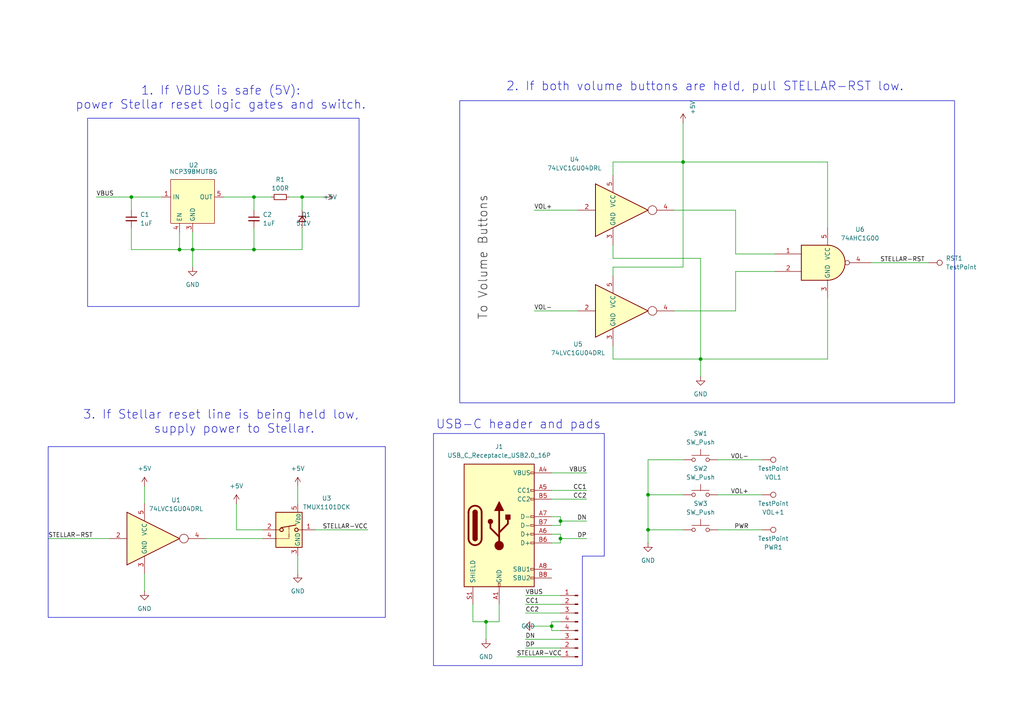
<source format=kicad_sch>
(kicad_sch
	(version 20240417)
	(generator "eeschema")
	(generator_version "8.99")
	(uuid "8aa6bee6-560a-4347-b5fa-8ba540758911")
	(paper "A4")
	(lib_symbols
		(symbol "74xGxx:74AHC1G00"
			(exclude_from_sim no)
			(in_bom yes)
			(on_board yes)
			(property "Reference" "U"
				(at -2.54 3.81 0)
				(effects
					(font
						(size 1.27 1.27)
					)
				)
			)
			(property "Value" "74AHC1G00"
				(at 0 -3.81 0)
				(effects
					(font
						(size 1.27 1.27)
					)
				)
			)
			(property "Footprint" ""
				(at 0 0 0)
				(effects
					(font
						(size 1.27 1.27)
					)
					(hide yes)
				)
			)
			(property "Datasheet" "http://www.ti.com/lit/sg/scyt129e/scyt129e.pdf"
				(at 0 0 0)
				(effects
					(font
						(size 1.27 1.27)
					)
					(hide yes)
				)
			)
			(property "Description" "Single NAND Gate, Low-Voltage CMOS"
				(at 0 0 0)
				(effects
					(font
						(size 1.27 1.27)
					)
					(hide yes)
				)
			)
			(property "ki_keywords" "Single Gate NAND LVC CMOS"
				(at 0 0 0)
				(effects
					(font
						(size 1.27 1.27)
					)
					(hide yes)
				)
			)
			(property "ki_fp_filters" "SOT* SG-*"
				(at 0 0 0)
				(effects
					(font
						(size 1.27 1.27)
					)
					(hide yes)
				)
			)
			(symbol "74AHC1G00_0_1"
				(arc
					(start 0 5.08)
					(mid 5.0579 0)
					(end 0 -5.08)
					(stroke
						(width 0.254)
						(type default)
					)
					(fill
						(type background)
					)
				)
				(polyline
					(pts
						(xy 0 -5.08) (xy -7.62 -5.08) (xy -7.62 5.08) (xy 0 5.08)
					)
					(stroke
						(width 0.254)
						(type default)
					)
					(fill
						(type background)
					)
				)
			)
			(symbol "74AHC1G00_1_1"
				(pin input line
					(at -15.24 2.54 0)
					(length 7.62)
					(name "~"
						(effects
							(font
								(size 1.27 1.27)
							)
						)
					)
					(number "1"
						(effects
							(font
								(size 1.27 1.27)
							)
						)
					)
				)
				(pin input line
					(at -15.24 -2.54 0)
					(length 7.62)
					(name "~"
						(effects
							(font
								(size 1.27 1.27)
							)
						)
					)
					(number "2"
						(effects
							(font
								(size 1.27 1.27)
							)
						)
					)
				)
				(pin power_in line
					(at 0 -10.16 90)
					(length 5.08)
					(name "GND"
						(effects
							(font
								(size 1.27 1.27)
							)
						)
					)
					(number "3"
						(effects
							(font
								(size 1.27 1.27)
							)
						)
					)
				)
				(pin output inverted
					(at 12.7 0 180)
					(length 7.62)
					(name "~"
						(effects
							(font
								(size 1.27 1.27)
							)
						)
					)
					(number "4"
						(effects
							(font
								(size 1.27 1.27)
							)
						)
					)
				)
				(pin power_in line
					(at 0 10.16 270)
					(length 5.08)
					(name "VCC"
						(effects
							(font
								(size 1.27 1.27)
							)
						)
					)
					(number "5"
						(effects
							(font
								(size 1.27 1.27)
							)
						)
					)
				)
			)
		)
		(symbol "74xGxx:74LVC1GU04DRL"
			(exclude_from_sim no)
			(in_bom yes)
			(on_board yes)
			(property "Reference" "U"
				(at -5.08 10.16 0)
				(effects
					(font
						(size 1.27 1.27)
					)
				)
			)
			(property "Value" "74LVC1GU04DRL"
				(at 17.78 10.16 0)
				(effects
					(font
						(size 1.27 1.27)
					)
				)
			)
			(property "Footprint" "Package_TO_SOT_SMD:SOT-553"
				(at 0 -12.7 0)
				(effects
					(font
						(size 1.27 1.27)
					)
					(hide yes)
				)
			)
			(property "Datasheet" "http://www.ti.com/lit/ds/symlink/sn74lvc1gu04.pdf"
				(at -3.81 0 0)
				(effects
					(font
						(size 1.27 1.27)
					)
					(hide yes)
				)
			)
			(property "Description" "Single Inverter Gate, SOT-553"
				(at 0 0 0)
				(effects
					(font
						(size 1.27 1.27)
					)
					(hide yes)
				)
			)
			(property "ki_keywords" "inverter cmos"
				(at 0 0 0)
				(effects
					(font
						(size 1.27 1.27)
					)
					(hide yes)
				)
			)
			(property "ki_fp_filters" "SOT*553*"
				(at 0 0 0)
				(effects
					(font
						(size 1.27 1.27)
					)
					(hide yes)
				)
			)
			(symbol "74LVC1GU04DRL_0_1"
				(rectangle
					(start -5.08 7.62)
					(end -5.08 -7.62)
					(stroke
						(width 0.254)
						(type default)
					)
					(fill
						(type background)
					)
				)
				(polyline
					(pts
						(xy -5.08 -7.62) (xy 10.16 0) (xy -5.08 7.62)
					)
					(stroke
						(width 0.254)
						(type default)
					)
					(fill
						(type background)
					)
				)
				(circle
					(center 11.43 0)
					(radius 1.27)
					(stroke
						(width 0)
						(type default)
					)
					(fill
						(type none)
					)
				)
			)
			(symbol "74LVC1GU04DRL_1_1"
				(pin no_connect line
					(at 10.16 0 180)
					(length 5.08) hide
					(name "NC"
						(effects
							(font
								(size 1.27 1.27)
							)
						)
					)
					(number "1"
						(effects
							(font
								(size 1.27 1.27)
							)
						)
					)
				)
				(pin input line
					(at -10.16 0 0)
					(length 5.08)
					(name "~"
						(effects
							(font
								(size 1.27 1.27)
							)
						)
					)
					(number "2"
						(effects
							(font
								(size 1.27 1.27)
							)
						)
					)
				)
				(pin power_in line
					(at 0 -10.16 90)
					(length 5.08)
					(name "GND"
						(effects
							(font
								(size 1.27 1.27)
							)
						)
					)
					(number "3"
						(effects
							(font
								(size 1.27 1.27)
							)
						)
					)
				)
				(pin output line
					(at 17.78 0 180)
					(length 5.08)
					(name "~"
						(effects
							(font
								(size 1.27 1.27)
							)
						)
					)
					(number "4"
						(effects
							(font
								(size 1.27 1.27)
							)
						)
					)
				)
				(pin power_in line
					(at 0 10.16 270)
					(length 5.08)
					(name "VCC"
						(effects
							(font
								(size 1.27 1.27)
							)
						)
					)
					(number "5"
						(effects
							(font
								(size 1.27 1.27)
							)
						)
					)
				)
			)
		)
		(symbol "Analog_Switch:TMUX6201"
			(pin_names
				(offset 0.254)
			)
			(exclude_from_sim no)
			(in_bom yes)
			(on_board yes)
			(property "Reference" "U3"
				(at 10.922 9.144 0)
				(effects
					(font
						(size 1.27 1.27)
					)
				)
			)
			(property "Value" "TMUX1101DCK"
				(at 10.922 6.604 0)
				(effects
					(font
						(size 1.27 1.27)
					)
				)
			)
			(property "Footprint" "Package_SON:WSON-8-1EP_3x2.5mm_P0.5mm_EP1.2x1.5mm_PullBack"
				(at 0 -8.89 0)
				(effects
					(font
						(size 1.27 1.27)
					)
					(hide yes)
				)
			)
			(property "Datasheet" "https://www.ti.com/lit/ds/symlink/tmux1101.pdf"
				(at 0 -11.43 0)
				(effects
					(font
						(size 1.27 1.27)
					)
					(hide yes)
				)
			)
			(property "Description" "SPST Analog Switch, 1.08V to 5.5V Supply, 3pA Leakage Current, Normally OFF, 1.8Ohm Ron, SOT-23"
				(at 0 0 0)
				(effects
					(font
						(size 1.27 1.27)
					)
					(hide yes)
				)
			)
			(property "ki_keywords" "Analog Switch SPST"
				(at 0 0 0)
				(effects
					(font
						(size 1.27 1.27)
					)
					(hide yes)
				)
			)
			(property "ki_fp_filters" "*SOT?23*"
				(at 0 0 0)
				(effects
					(font
						(size 1.27 1.27)
					)
					(hide yes)
				)
			)
			(symbol "TMUX6201_0_1"
				(polyline
					(pts
						(xy -3.81 -2.54) (xy -3.302 -2.54)
					)
					(stroke
						(width 0)
						(type default)
					)
					(fill
						(type none)
					)
				)
				(polyline
					(pts
						(xy -3.048 -2.54) (xy -2.794 -2.54)
					)
					(stroke
						(width 0)
						(type default)
					)
					(fill
						(type none)
					)
				)
				(polyline
					(pts
						(xy -2.54 -2.54) (xy -2.286 -2.54)
					)
					(stroke
						(width 0)
						(type default)
					)
					(fill
						(type none)
					)
				)
				(polyline
					(pts
						(xy -2.032 -2.54) (xy -1.778 -2.54)
					)
					(stroke
						(width 0)
						(type default)
					)
					(fill
						(type none)
					)
				)
				(polyline
					(pts
						(xy -1.524 -2.54) (xy -1.27 -2.54)
					)
					(stroke
						(width 0)
						(type default)
					)
					(fill
						(type none)
					)
				)
				(polyline
					(pts
						(xy -1.016 -2.54) (xy -0.762 -2.54)
					)
					(stroke
						(width 0)
						(type default)
					)
					(fill
						(type none)
					)
				)
				(polyline
					(pts
						(xy -0.508 -2.54) (xy -0.254 -2.54)
					)
					(stroke
						(width 0)
						(type default)
					)
					(fill
						(type none)
					)
				)
				(polyline
					(pts
						(xy 0 -1.524) (xy 0 -1.27)
					)
					(stroke
						(width 0)
						(type default)
					)
					(fill
						(type none)
					)
				)
				(polyline
					(pts
						(xy 0 -2.032) (xy 0 -1.778)
					)
					(stroke
						(width 0)
						(type default)
					)
					(fill
						(type none)
					)
				)
			)
			(symbol "TMUX6201_1_1"
				(rectangle
					(start -3.81 5.08)
					(end 3.81 -5.08)
					(stroke
						(width 0.254)
						(type default)
					)
					(fill
						(type background)
					)
				)
				(polyline
					(pts
						(xy -3.81 0) (xy -2.794 0)
					)
					(stroke
						(width 0)
						(type default)
					)
					(fill
						(type none)
					)
				)
				(polyline
					(pts
						(xy -2.286 0.635) (xy 2.032 1.397)
					)
					(stroke
						(width 0.254)
						(type default)
					)
					(fill
						(type none)
					)
				)
				(circle
					(center -2.159 0)
					(radius 0.508)
					(stroke
						(width 0.254)
						(type default)
					)
					(fill
						(type none)
					)
				)
				(polyline
					(pts
						(xy 0 0) (xy 0 1.016)
					)
					(stroke
						(width 0)
						(type default)
					)
					(fill
						(type none)
					)
				)
				(polyline
					(pts
						(xy 0 -0.508) (xy 0 -0.254)
					)
					(stroke
						(width 0)
						(type default)
					)
					(fill
						(type none)
					)
				)
				(polyline
					(pts
						(xy 0 -1.016) (xy 0 -0.762)
					)
					(stroke
						(width 0)
						(type default)
					)
					(fill
						(type none)
					)
				)
				(polyline
					(pts
						(xy 0 -1.524) (xy 0 -1.27)
					)
					(stroke
						(width 0)
						(type default)
					)
					(fill
						(type none)
					)
				)
				(polyline
					(pts
						(xy 0 -2.032) (xy 0 -1.778)
					)
					(stroke
						(width 0)
						(type default)
					)
					(fill
						(type none)
					)
				)
				(polyline
					(pts
						(xy 0 -2.54) (xy 0 -2.286)
					)
					(stroke
						(width 0)
						(type default)
					)
					(fill
						(type none)
					)
				)
				(circle
					(center 2.159 0)
					(radius 0.508)
					(stroke
						(width 0.254)
						(type default)
					)
					(fill
						(type none)
					)
				)
				(polyline
					(pts
						(xy 3.81 0) (xy 2.794 0)
					)
					(stroke
						(width 0)
						(type default)
					)
					(fill
						(type none)
					)
				)
				(pin passive line
					(at 7.62 0 180)
					(length 3.81)
					(name "~"
						(effects
							(font
								(size 1.27 1.27)
							)
						)
					)
					(number "1"
						(effects
							(font
								(size 1.27 1.27)
							)
						)
					)
				)
				(pin passive line
					(at -7.62 0 0)
					(length 3.81)
					(name "~"
						(effects
							(font
								(size 1.27 1.27)
							)
						)
					)
					(number "2"
						(effects
							(font
								(size 1.27 1.27)
							)
						)
					)
				)
				(pin power_in line
					(at 2.54 -7.62 90)
					(length 2.54)
					(name "GND"
						(effects
							(font
								(size 1.27 1.27)
							)
						)
					)
					(number "3"
						(effects
							(font
								(size 1.27 1.27)
							)
						)
					)
				)
				(pin input line
					(at -7.62 -2.54 0)
					(length 3.81)
					(name "~"
						(effects
							(font
								(size 1.27 1.27)
							)
						)
					)
					(number "4"
						(effects
							(font
								(size 1.27 1.27)
							)
						)
					)
				)
				(pin power_in line
					(at 2.54 7.62 270)
					(length 2.54)
					(name "V_{DD}"
						(effects
							(font
								(size 1.27 1.27)
							)
						)
					)
					(number "5"
						(effects
							(font
								(size 1.27 1.27)
							)
						)
					)
				)
				(pin power_in line
					(at 2.54 -7.62 90)
					(length 2.54) hide
					(name "GND"
						(effects
							(font
								(size 1.27 1.27)
							)
						)
					)
					(number "9"
						(effects
							(font
								(size 1.27 1.27)
							)
						)
					)
				)
			)
		)
		(symbol "Connector:Conn_01x04_Pin"
			(pin_names
				(offset 1.016) hide)
			(exclude_from_sim no)
			(in_bom yes)
			(on_board yes)
			(property "Reference" "J"
				(at 0 5.08 0)
				(effects
					(font
						(size 1.27 1.27)
					)
				)
			)
			(property "Value" "Conn_01x04_Pin"
				(at 0 -7.62 0)
				(effects
					(font
						(size 1.27 1.27)
					)
				)
			)
			(property "Footprint" ""
				(at 0 0 0)
				(effects
					(font
						(size 1.27 1.27)
					)
					(hide yes)
				)
			)
			(property "Datasheet" "~"
				(at 0 0 0)
				(effects
					(font
						(size 1.27 1.27)
					)
					(hide yes)
				)
			)
			(property "Description" "Generic connector, single row, 01x04, script generated"
				(at 0 0 0)
				(effects
					(font
						(size 1.27 1.27)
					)
					(hide yes)
				)
			)
			(property "ki_locked" ""
				(at 0 0 0)
				(effects
					(font
						(size 1.27 1.27)
					)
				)
			)
			(property "ki_keywords" "connector"
				(at 0 0 0)
				(effects
					(font
						(size 1.27 1.27)
					)
					(hide yes)
				)
			)
			(property "ki_fp_filters" "Connector*:*_1x??_*"
				(at 0 0 0)
				(effects
					(font
						(size 1.27 1.27)
					)
					(hide yes)
				)
			)
			(symbol "Conn_01x04_Pin_1_1"
				(rectangle
					(start 0.8636 2.667)
					(end 0 2.413)
					(stroke
						(width 0.1524)
						(type default)
					)
					(fill
						(type outline)
					)
				)
				(rectangle
					(start 0.8636 0.127)
					(end 0 -0.127)
					(stroke
						(width 0.1524)
						(type default)
					)
					(fill
						(type outline)
					)
				)
				(rectangle
					(start 0.8636 -2.413)
					(end 0 -2.667)
					(stroke
						(width 0.1524)
						(type default)
					)
					(fill
						(type outline)
					)
				)
				(rectangle
					(start 0.8636 -4.953)
					(end 0 -5.207)
					(stroke
						(width 0.1524)
						(type default)
					)
					(fill
						(type outline)
					)
				)
				(polyline
					(pts
						(xy 1.27 2.54) (xy 0.8636 2.54)
					)
					(stroke
						(width 0.1524)
						(type default)
					)
					(fill
						(type none)
					)
				)
				(polyline
					(pts
						(xy 1.27 0) (xy 0.8636 0)
					)
					(stroke
						(width 0.1524)
						(type default)
					)
					(fill
						(type none)
					)
				)
				(polyline
					(pts
						(xy 1.27 -2.54) (xy 0.8636 -2.54)
					)
					(stroke
						(width 0.1524)
						(type default)
					)
					(fill
						(type none)
					)
				)
				(polyline
					(pts
						(xy 1.27 -5.08) (xy 0.8636 -5.08)
					)
					(stroke
						(width 0.1524)
						(type default)
					)
					(fill
						(type none)
					)
				)
				(pin passive line
					(at 5.08 2.54 180)
					(length 3.81)
					(name "Pin_1"
						(effects
							(font
								(size 1.27 1.27)
							)
						)
					)
					(number "1"
						(effects
							(font
								(size 1.27 1.27)
							)
						)
					)
				)
				(pin passive line
					(at 5.08 0 180)
					(length 3.81)
					(name "Pin_2"
						(effects
							(font
								(size 1.27 1.27)
							)
						)
					)
					(number "2"
						(effects
							(font
								(size 1.27 1.27)
							)
						)
					)
				)
				(pin passive line
					(at 5.08 -2.54 180)
					(length 3.81)
					(name "Pin_3"
						(effects
							(font
								(size 1.27 1.27)
							)
						)
					)
					(number "3"
						(effects
							(font
								(size 1.27 1.27)
							)
						)
					)
				)
				(pin passive line
					(at 5.08 -5.08 180)
					(length 3.81)
					(name "Pin_4"
						(effects
							(font
								(size 1.27 1.27)
							)
						)
					)
					(number "4"
						(effects
							(font
								(size 1.27 1.27)
							)
						)
					)
				)
			)
		)
		(symbol "Connector:TestPoint"
			(pin_numbers hide)
			(pin_names
				(offset 0.762) hide)
			(exclude_from_sim no)
			(in_bom yes)
			(on_board yes)
			(property "Reference" "TP"
				(at 0 6.858 0)
				(effects
					(font
						(size 1.27 1.27)
					)
				)
			)
			(property "Value" "TestPoint"
				(at 0 5.08 0)
				(effects
					(font
						(size 1.27 1.27)
					)
				)
			)
			(property "Footprint" ""
				(at 5.08 0 0)
				(effects
					(font
						(size 1.27 1.27)
					)
					(hide yes)
				)
			)
			(property "Datasheet" "~"
				(at 5.08 0 0)
				(effects
					(font
						(size 1.27 1.27)
					)
					(hide yes)
				)
			)
			(property "Description" "test point"
				(at 0 0 0)
				(effects
					(font
						(size 1.27 1.27)
					)
					(hide yes)
				)
			)
			(property "ki_keywords" "test point tp"
				(at 0 0 0)
				(effects
					(font
						(size 1.27 1.27)
					)
					(hide yes)
				)
			)
			(property "ki_fp_filters" "Pin* Test*"
				(at 0 0 0)
				(effects
					(font
						(size 1.27 1.27)
					)
					(hide yes)
				)
			)
			(symbol "TestPoint_0_1"
				(circle
					(center 0 3.302)
					(radius 0.762)
					(stroke
						(width 0)
						(type default)
					)
					(fill
						(type none)
					)
				)
			)
			(symbol "TestPoint_1_1"
				(pin passive line
					(at 0 0 90)
					(length 2.54)
					(name "1"
						(effects
							(font
								(size 1.27 1.27)
							)
						)
					)
					(number "1"
						(effects
							(font
								(size 1.27 1.27)
							)
						)
					)
				)
			)
		)
		(symbol "Connector:USB_C_Receptacle_USB2.0_16P"
			(pin_names
				(offset 1.016)
			)
			(exclude_from_sim no)
			(in_bom yes)
			(on_board yes)
			(property "Reference" "J"
				(at 0 22.225 0)
				(effects
					(font
						(size 1.27 1.27)
					)
				)
			)
			(property "Value" "USB_C_Receptacle_USB2.0_16P"
				(at 0 19.685 0)
				(effects
					(font
						(size 1.27 1.27)
					)
				)
			)
			(property "Footprint" ""
				(at 3.81 0 0)
				(effects
					(font
						(size 1.27 1.27)
					)
					(hide yes)
				)
			)
			(property "Datasheet" "https://www.usb.org/sites/default/files/documents/usb_type-c.zip"
				(at 3.81 0 0)
				(effects
					(font
						(size 1.27 1.27)
					)
					(hide yes)
				)
			)
			(property "Description" "USB 2.0-only 16P Type-C Receptacle connector"
				(at 0 0 0)
				(effects
					(font
						(size 1.27 1.27)
					)
					(hide yes)
				)
			)
			(property "ki_keywords" "usb universal serial bus type-C USB2.0"
				(at 0 0 0)
				(effects
					(font
						(size 1.27 1.27)
					)
					(hide yes)
				)
			)
			(property "ki_fp_filters" "USB*C*Receptacle*"
				(at 0 0 0)
				(effects
					(font
						(size 1.27 1.27)
					)
					(hide yes)
				)
			)
			(symbol "USB_C_Receptacle_USB2.0_16P_0_0"
				(rectangle
					(start -0.254 -17.78)
					(end 0.254 -16.764)
					(stroke
						(width 0)
						(type default)
					)
					(fill
						(type none)
					)
				)
				(rectangle
					(start 10.16 15.494)
					(end 9.144 14.986)
					(stroke
						(width 0)
						(type default)
					)
					(fill
						(type none)
					)
				)
				(rectangle
					(start 10.16 10.414)
					(end 9.144 9.906)
					(stroke
						(width 0)
						(type default)
					)
					(fill
						(type none)
					)
				)
				(rectangle
					(start 10.16 7.874)
					(end 9.144 7.366)
					(stroke
						(width 0)
						(type default)
					)
					(fill
						(type none)
					)
				)
				(rectangle
					(start 10.16 2.794)
					(end 9.144 2.286)
					(stroke
						(width 0)
						(type default)
					)
					(fill
						(type none)
					)
				)
				(rectangle
					(start 10.16 0.254)
					(end 9.144 -0.254)
					(stroke
						(width 0)
						(type default)
					)
					(fill
						(type none)
					)
				)
				(rectangle
					(start 10.16 -2.286)
					(end 9.144 -2.794)
					(stroke
						(width 0)
						(type default)
					)
					(fill
						(type none)
					)
				)
				(rectangle
					(start 10.16 -4.826)
					(end 9.144 -5.334)
					(stroke
						(width 0)
						(type default)
					)
					(fill
						(type none)
					)
				)
				(rectangle
					(start 10.16 -12.446)
					(end 9.144 -12.954)
					(stroke
						(width 0)
						(type default)
					)
					(fill
						(type none)
					)
				)
				(rectangle
					(start 10.16 -14.986)
					(end 9.144 -15.494)
					(stroke
						(width 0)
						(type default)
					)
					(fill
						(type none)
					)
				)
			)
			(symbol "USB_C_Receptacle_USB2.0_16P_0_1"
				(rectangle
					(start -10.16 17.78)
					(end 10.16 -17.78)
					(stroke
						(width 0.254)
						(type default)
					)
					(fill
						(type background)
					)
				)
				(polyline
					(pts
						(xy -8.89 -3.81) (xy -8.89 3.81)
					)
					(stroke
						(width 0.508)
						(type default)
					)
					(fill
						(type none)
					)
				)
				(rectangle
					(start -7.62 -3.81)
					(end -6.35 3.81)
					(stroke
						(width 0.254)
						(type default)
					)
					(fill
						(type outline)
					)
				)
				(arc
					(start -7.62 3.81)
					(mid -6.985 4.4423)
					(end -6.35 3.81)
					(stroke
						(width 0.254)
						(type default)
					)
					(fill
						(type outline)
					)
				)
				(arc
					(start -7.62 3.81)
					(mid -6.985 4.4423)
					(end -6.35 3.81)
					(stroke
						(width 0.254)
						(type default)
					)
					(fill
						(type none)
					)
				)
				(arc
					(start -8.89 3.81)
					(mid -6.985 5.7067)
					(end -5.08 3.81)
					(stroke
						(width 0.508)
						(type default)
					)
					(fill
						(type none)
					)
				)
				(arc
					(start -5.08 -3.81)
					(mid -6.985 -5.7067)
					(end -8.89 -3.81)
					(stroke
						(width 0.508)
						(type default)
					)
					(fill
						(type none)
					)
				)
				(arc
					(start -6.35 -3.81)
					(mid -6.985 -4.4423)
					(end -7.62 -3.81)
					(stroke
						(width 0.254)
						(type default)
					)
					(fill
						(type none)
					)
				)
				(arc
					(start -6.35 -3.81)
					(mid -6.985 -4.4423)
					(end -7.62 -3.81)
					(stroke
						(width 0.254)
						(type default)
					)
					(fill
						(type outline)
					)
				)
				(polyline
					(pts
						(xy -5.08 3.81) (xy -5.08 -3.81)
					)
					(stroke
						(width 0.508)
						(type default)
					)
					(fill
						(type none)
					)
				)
				(circle
					(center -2.54 1.143)
					(radius 0.635)
					(stroke
						(width 0.254)
						(type default)
					)
					(fill
						(type outline)
					)
				)
				(polyline
					(pts
						(xy -1.27 4.318) (xy 0 6.858) (xy 1.27 4.318) (xy -1.27 4.318)
					)
					(stroke
						(width 0.254)
						(type default)
					)
					(fill
						(type outline)
					)
				)
				(polyline
					(pts
						(xy 0 -2.032) (xy 2.54 0.508) (xy 2.54 1.778)
					)
					(stroke
						(width 0.508)
						(type default)
					)
					(fill
						(type none)
					)
				)
				(polyline
					(pts
						(xy 0 -3.302) (xy -2.54 -0.762) (xy -2.54 0.508)
					)
					(stroke
						(width 0.508)
						(type default)
					)
					(fill
						(type none)
					)
				)
				(polyline
					(pts
						(xy 0 -5.842) (xy 0 4.318)
					)
					(stroke
						(width 0.508)
						(type default)
					)
					(fill
						(type none)
					)
				)
				(circle
					(center 0 -5.842)
					(radius 1.27)
					(stroke
						(width 0)
						(type default)
					)
					(fill
						(type outline)
					)
				)
				(rectangle
					(start 1.905 1.778)
					(end 3.175 3.048)
					(stroke
						(width 0.254)
						(type default)
					)
					(fill
						(type outline)
					)
				)
			)
			(symbol "USB_C_Receptacle_USB2.0_16P_1_1"
				(pin passive line
					(at 0 -22.86 90)
					(length 5.08)
					(name "GND"
						(effects
							(font
								(size 1.27 1.27)
							)
						)
					)
					(number "A1"
						(effects
							(font
								(size 1.27 1.27)
							)
						)
					)
				)
				(pin passive line
					(at 0 -22.86 90)
					(length 5.08) hide
					(name "GND"
						(effects
							(font
								(size 1.27 1.27)
							)
						)
					)
					(number "A12"
						(effects
							(font
								(size 1.27 1.27)
							)
						)
					)
				)
				(pin passive line
					(at 15.24 15.24 180)
					(length 5.08)
					(name "VBUS"
						(effects
							(font
								(size 1.27 1.27)
							)
						)
					)
					(number "A4"
						(effects
							(font
								(size 1.27 1.27)
							)
						)
					)
				)
				(pin bidirectional line
					(at 15.24 10.16 180)
					(length 5.08)
					(name "CC1"
						(effects
							(font
								(size 1.27 1.27)
							)
						)
					)
					(number "A5"
						(effects
							(font
								(size 1.27 1.27)
							)
						)
					)
				)
				(pin bidirectional line
					(at 15.24 -2.54 180)
					(length 5.08)
					(name "D+"
						(effects
							(font
								(size 1.27 1.27)
							)
						)
					)
					(number "A6"
						(effects
							(font
								(size 1.27 1.27)
							)
						)
					)
				)
				(pin bidirectional line
					(at 15.24 2.54 180)
					(length 5.08)
					(name "D-"
						(effects
							(font
								(size 1.27 1.27)
							)
						)
					)
					(number "A7"
						(effects
							(font
								(size 1.27 1.27)
							)
						)
					)
				)
				(pin bidirectional line
					(at 15.24 -12.7 180)
					(length 5.08)
					(name "SBU1"
						(effects
							(font
								(size 1.27 1.27)
							)
						)
					)
					(number "A8"
						(effects
							(font
								(size 1.27 1.27)
							)
						)
					)
				)
				(pin passive line
					(at 15.24 15.24 180)
					(length 5.08) hide
					(name "VBUS"
						(effects
							(font
								(size 1.27 1.27)
							)
						)
					)
					(number "A9"
						(effects
							(font
								(size 1.27 1.27)
							)
						)
					)
				)
				(pin passive line
					(at 0 -22.86 90)
					(length 5.08) hide
					(name "GND"
						(effects
							(font
								(size 1.27 1.27)
							)
						)
					)
					(number "B1"
						(effects
							(font
								(size 1.27 1.27)
							)
						)
					)
				)
				(pin passive line
					(at 0 -22.86 90)
					(length 5.08) hide
					(name "GND"
						(effects
							(font
								(size 1.27 1.27)
							)
						)
					)
					(number "B12"
						(effects
							(font
								(size 1.27 1.27)
							)
						)
					)
				)
				(pin passive line
					(at 15.24 15.24 180)
					(length 5.08) hide
					(name "VBUS"
						(effects
							(font
								(size 1.27 1.27)
							)
						)
					)
					(number "B4"
						(effects
							(font
								(size 1.27 1.27)
							)
						)
					)
				)
				(pin bidirectional line
					(at 15.24 7.62 180)
					(length 5.08)
					(name "CC2"
						(effects
							(font
								(size 1.27 1.27)
							)
						)
					)
					(number "B5"
						(effects
							(font
								(size 1.27 1.27)
							)
						)
					)
				)
				(pin bidirectional line
					(at 15.24 -5.08 180)
					(length 5.08)
					(name "D+"
						(effects
							(font
								(size 1.27 1.27)
							)
						)
					)
					(number "B6"
						(effects
							(font
								(size 1.27 1.27)
							)
						)
					)
				)
				(pin bidirectional line
					(at 15.24 0 180)
					(length 5.08)
					(name "D-"
						(effects
							(font
								(size 1.27 1.27)
							)
						)
					)
					(number "B7"
						(effects
							(font
								(size 1.27 1.27)
							)
						)
					)
				)
				(pin bidirectional line
					(at 15.24 -15.24 180)
					(length 5.08)
					(name "SBU2"
						(effects
							(font
								(size 1.27 1.27)
							)
						)
					)
					(number "B8"
						(effects
							(font
								(size 1.27 1.27)
							)
						)
					)
				)
				(pin passive line
					(at 15.24 15.24 180)
					(length 5.08) hide
					(name "VBUS"
						(effects
							(font
								(size 1.27 1.27)
							)
						)
					)
					(number "B9"
						(effects
							(font
								(size 1.27 1.27)
							)
						)
					)
				)
				(pin passive line
					(at -7.62 -22.86 90)
					(length 5.08)
					(name "SHIELD"
						(effects
							(font
								(size 1.27 1.27)
							)
						)
					)
					(number "S1"
						(effects
							(font
								(size 1.27 1.27)
							)
						)
					)
				)
			)
		)
		(symbol "Device:C_Small"
			(pin_numbers hide)
			(pin_names
				(offset 0.254) hide)
			(exclude_from_sim no)
			(in_bom yes)
			(on_board yes)
			(property "Reference" "C"
				(at 0.254 1.778 0)
				(effects
					(font
						(size 1.27 1.27)
					)
					(justify left)
				)
			)
			(property "Value" "C_Small"
				(at 0.254 -2.032 0)
				(effects
					(font
						(size 1.27 1.27)
					)
					(justify left)
				)
			)
			(property "Footprint" ""
				(at 0 0 0)
				(effects
					(font
						(size 1.27 1.27)
					)
					(hide yes)
				)
			)
			(property "Datasheet" "~"
				(at 0 0 0)
				(effects
					(font
						(size 1.27 1.27)
					)
					(hide yes)
				)
			)
			(property "Description" "Unpolarized capacitor, small symbol"
				(at 0 0 0)
				(effects
					(font
						(size 1.27 1.27)
					)
					(hide yes)
				)
			)
			(property "ki_keywords" "capacitor cap"
				(at 0 0 0)
				(effects
					(font
						(size 1.27 1.27)
					)
					(hide yes)
				)
			)
			(property "ki_fp_filters" "C_*"
				(at 0 0 0)
				(effects
					(font
						(size 1.27 1.27)
					)
					(hide yes)
				)
			)
			(symbol "C_Small_0_1"
				(polyline
					(pts
						(xy -1.524 0.508) (xy 1.524 0.508)
					)
					(stroke
						(width 0.3048)
						(type default)
					)
					(fill
						(type none)
					)
				)
				(polyline
					(pts
						(xy -1.524 -0.508) (xy 1.524 -0.508)
					)
					(stroke
						(width 0.3302)
						(type default)
					)
					(fill
						(type none)
					)
				)
			)
			(symbol "C_Small_1_1"
				(pin passive line
					(at 0 2.54 270)
					(length 2.032)
					(name "~"
						(effects
							(font
								(size 1.27 1.27)
							)
						)
					)
					(number "1"
						(effects
							(font
								(size 1.27 1.27)
							)
						)
					)
				)
				(pin passive line
					(at 0 -2.54 90)
					(length 2.032)
					(name "~"
						(effects
							(font
								(size 1.27 1.27)
							)
						)
					)
					(number "2"
						(effects
							(font
								(size 1.27 1.27)
							)
						)
					)
				)
			)
		)
		(symbol "Device:D_Zener_Small"
			(pin_numbers hide)
			(pin_names
				(offset 0.254) hide)
			(exclude_from_sim no)
			(in_bom yes)
			(on_board yes)
			(property "Reference" "D"
				(at 0 2.286 0)
				(effects
					(font
						(size 1.27 1.27)
					)
				)
			)
			(property "Value" "D_Zener_Small"
				(at 0 -2.286 0)
				(effects
					(font
						(size 1.27 1.27)
					)
				)
			)
			(property "Footprint" ""
				(at 0 0 90)
				(effects
					(font
						(size 1.27 1.27)
					)
					(hide yes)
				)
			)
			(property "Datasheet" "~"
				(at 0 0 90)
				(effects
					(font
						(size 1.27 1.27)
					)
					(hide yes)
				)
			)
			(property "Description" "Zener diode, small symbol"
				(at 0 0 0)
				(effects
					(font
						(size 1.27 1.27)
					)
					(hide yes)
				)
			)
			(property "ki_keywords" "diode"
				(at 0 0 0)
				(effects
					(font
						(size 1.27 1.27)
					)
					(hide yes)
				)
			)
			(property "ki_fp_filters" "TO-???* *_Diode_* *SingleDiode* D_*"
				(at 0 0 0)
				(effects
					(font
						(size 1.27 1.27)
					)
					(hide yes)
				)
			)
			(symbol "D_Zener_Small_0_1"
				(polyline
					(pts
						(xy -0.254 1.016) (xy -0.762 1.016) (xy -0.762 -1.016)
					)
					(stroke
						(width 0.254)
						(type default)
					)
					(fill
						(type none)
					)
				)
				(polyline
					(pts
						(xy 0.762 1.016) (xy -0.762 0) (xy 0.762 -1.016) (xy 0.762 1.016)
					)
					(stroke
						(width 0.254)
						(type default)
					)
					(fill
						(type none)
					)
				)
				(polyline
					(pts
						(xy 0.762 0) (xy -0.762 0)
					)
					(stroke
						(width 0)
						(type default)
					)
					(fill
						(type none)
					)
				)
			)
			(symbol "D_Zener_Small_1_1"
				(pin passive line
					(at -2.54 0 0)
					(length 1.778)
					(name "K"
						(effects
							(font
								(size 1.27 1.27)
							)
						)
					)
					(number "1"
						(effects
							(font
								(size 1.27 1.27)
							)
						)
					)
				)
				(pin passive line
					(at 2.54 0 180)
					(length 1.778)
					(name "A"
						(effects
							(font
								(size 1.27 1.27)
							)
						)
					)
					(number "2"
						(effects
							(font
								(size 1.27 1.27)
							)
						)
					)
				)
			)
		)
		(symbol "Device:R_Small"
			(pin_numbers hide)
			(pin_names
				(offset 0.254) hide)
			(exclude_from_sim no)
			(in_bom yes)
			(on_board yes)
			(property "Reference" "R"
				(at 0.762 0.508 0)
				(effects
					(font
						(size 1.27 1.27)
					)
					(justify left)
				)
			)
			(property "Value" "R_Small"
				(at 0.762 -1.016 0)
				(effects
					(font
						(size 1.27 1.27)
					)
					(justify left)
				)
			)
			(property "Footprint" ""
				(at 0 0 0)
				(effects
					(font
						(size 1.27 1.27)
					)
					(hide yes)
				)
			)
			(property "Datasheet" "~"
				(at 0 0 0)
				(effects
					(font
						(size 1.27 1.27)
					)
					(hide yes)
				)
			)
			(property "Description" "Resistor, small symbol"
				(at 0 0 0)
				(effects
					(font
						(size 1.27 1.27)
					)
					(hide yes)
				)
			)
			(property "ki_keywords" "R resistor"
				(at 0 0 0)
				(effects
					(font
						(size 1.27 1.27)
					)
					(hide yes)
				)
			)
			(property "ki_fp_filters" "R_*"
				(at 0 0 0)
				(effects
					(font
						(size 1.27 1.27)
					)
					(hide yes)
				)
			)
			(symbol "R_Small_0_1"
				(rectangle
					(start -0.762 1.778)
					(end 0.762 -1.778)
					(stroke
						(width 0.2032)
						(type default)
					)
					(fill
						(type none)
					)
				)
			)
			(symbol "R_Small_1_1"
				(pin passive line
					(at 0 2.54 270)
					(length 0.762)
					(name "~"
						(effects
							(font
								(size 1.27 1.27)
							)
						)
					)
					(number "1"
						(effects
							(font
								(size 1.27 1.27)
							)
						)
					)
				)
				(pin passive line
					(at 0 -2.54 90)
					(length 0.762)
					(name "~"
						(effects
							(font
								(size 1.27 1.27)
							)
						)
					)
					(number "2"
						(effects
							(font
								(size 1.27 1.27)
							)
						)
					)
				)
			)
		)
		(symbol "Switch:SW_Push"
			(pin_numbers hide)
			(pin_names
				(offset 1.016) hide)
			(exclude_from_sim no)
			(in_bom yes)
			(on_board yes)
			(property "Reference" "SW"
				(at 1.27 2.54 0)
				(effects
					(font
						(size 1.27 1.27)
					)
					(justify left)
				)
			)
			(property "Value" "SW_Push"
				(at 0 -1.524 0)
				(effects
					(font
						(size 1.27 1.27)
					)
				)
			)
			(property "Footprint" ""
				(at 0 5.08 0)
				(effects
					(font
						(size 1.27 1.27)
					)
					(hide yes)
				)
			)
			(property "Datasheet" "~"
				(at 0 5.08 0)
				(effects
					(font
						(size 1.27 1.27)
					)
					(hide yes)
				)
			)
			(property "Description" "Push button switch, generic, two pins"
				(at 0 0 0)
				(effects
					(font
						(size 1.27 1.27)
					)
					(hide yes)
				)
			)
			(property "ki_keywords" "switch normally-open pushbutton push-button"
				(at 0 0 0)
				(effects
					(font
						(size 1.27 1.27)
					)
					(hide yes)
				)
			)
			(symbol "SW_Push_0_1"
				(circle
					(center -2.032 0)
					(radius 0.508)
					(stroke
						(width 0)
						(type default)
					)
					(fill
						(type none)
					)
				)
				(polyline
					(pts
						(xy 0 1.27) (xy 0 3.048)
					)
					(stroke
						(width 0)
						(type default)
					)
					(fill
						(type none)
					)
				)
				(circle
					(center 2.032 0)
					(radius 0.508)
					(stroke
						(width 0)
						(type default)
					)
					(fill
						(type none)
					)
				)
				(polyline
					(pts
						(xy 2.54 1.27) (xy -2.54 1.27)
					)
					(stroke
						(width 0)
						(type default)
					)
					(fill
						(type none)
					)
				)
				(pin passive line
					(at -5.08 0 0)
					(length 2.54)
					(name "1"
						(effects
							(font
								(size 1.27 1.27)
							)
						)
					)
					(number "1"
						(effects
							(font
								(size 1.27 1.27)
							)
						)
					)
				)
				(pin passive line
					(at 5.08 0 180)
					(length 2.54)
					(name "2"
						(effects
							(font
								(size 1.27 1.27)
							)
						)
					)
					(number "2"
						(effects
							(font
								(size 1.27 1.27)
							)
						)
					)
				)
			)
		)
		(symbol "XboxUSB-C:NCP398"
			(exclude_from_sim no)
			(in_bom yes)
			(on_board yes)
			(property "Reference" "U"
				(at 4.572 11.43 0)
				(effects
					(font
						(size 1.27 1.27)
					)
				)
			)
			(property "Value" ""
				(at 0 0 0)
				(effects
					(font
						(size 1.27 1.27)
					)
				)
			)
			(property "Footprint" ""
				(at 0 0 0)
				(effects
					(font
						(size 1.27 1.27)
					)
					(hide yes)
				)
			)
			(property "Datasheet" ""
				(at 0 0 0)
				(effects
					(font
						(size 1.27 1.27)
					)
					(hide yes)
				)
			)
			(property "Description" ""
				(at 0 0 0)
				(effects
					(font
						(size 1.27 1.27)
					)
					(hide yes)
				)
			)
			(symbol "NCP398_0_0"
				(pin power_in line
					(at -8.89 5.08 0)
					(length 2.54)
					(name "IN"
						(effects
							(font
								(size 1.27 1.27)
							)
						)
					)
					(number "1"
						(effects
							(font
								(size 1.27 1.27)
							)
						)
					)
				)
				(pin power_in line
					(at 0 -5.08 90)
					(length 2.54)
					(name "GND"
						(effects
							(font
								(size 1.27 1.27)
							)
						)
					)
					(number "3"
						(effects
							(font
								(size 1.27 1.27)
							)
						)
					)
				)
				(pin input line
					(at -3.81 -5.08 90)
					(length 2.54)
					(name "EN"
						(effects
							(font
								(size 1.27 1.27)
							)
						)
					)
					(number "4"
						(effects
							(font
								(size 1.27 1.27)
							)
						)
					)
				)
				(pin power_out line
					(at 8.89 5.08 180)
					(length 2.54)
					(name "OUT"
						(effects
							(font
								(size 1.27 1.27)
							)
						)
					)
					(number "5"
						(effects
							(font
								(size 1.27 1.27)
							)
						)
					)
				)
			)
			(symbol "NCP398_1_0"
				(pin power_in line
					(at -8.89 5.08 0)
					(length 2.54) hide
					(name "IN"
						(effects
							(font
								(size 1.27 1.27)
							)
						)
					)
					(number "2"
						(effects
							(font
								(size 1.27 1.27)
							)
						)
					)
				)
				(pin power_out line
					(at 8.89 5.08 180)
					(length 2.54) hide
					(name "OUT"
						(effects
							(font
								(size 1.27 1.27)
							)
						)
					)
					(number "6"
						(effects
							(font
								(size 1.27 1.27)
							)
						)
					)
				)
				(pin power_in line
					(at 0 -5.08 90)
					(length 2.54) hide
					(name "PAD"
						(effects
							(font
								(size 1.27 1.27)
							)
						)
					)
					(number "7"
						(effects
							(font
								(size 1.27 1.27)
							)
						)
					)
				)
			)
			(symbol "NCP398_1_1"
				(rectangle
					(start -6.35 10.16)
					(end 6.35 -2.54)
					(stroke
						(width 0)
						(type default)
					)
					(fill
						(type background)
					)
				)
			)
		)
		(symbol "power:+5V"
			(power)
			(pin_numbers hide)
			(pin_names
				(offset 0) hide)
			(exclude_from_sim no)
			(in_bom yes)
			(on_board yes)
			(property "Reference" "#PWR"
				(at 0 -3.81 0)
				(effects
					(font
						(size 1.27 1.27)
					)
					(hide yes)
				)
			)
			(property "Value" "+5V"
				(at 0 3.556 0)
				(effects
					(font
						(size 1.27 1.27)
					)
				)
			)
			(property "Footprint" ""
				(at 0 0 0)
				(effects
					(font
						(size 1.27 1.27)
					)
					(hide yes)
				)
			)
			(property "Datasheet" ""
				(at 0 0 0)
				(effects
					(font
						(size 1.27 1.27)
					)
					(hide yes)
				)
			)
			(property "Description" "Power symbol creates a global label with name \"+5V\""
				(at 0 0 0)
				(effects
					(font
						(size 1.27 1.27)
					)
					(hide yes)
				)
			)
			(property "ki_keywords" "global power"
				(at 0 0 0)
				(effects
					(font
						(size 1.27 1.27)
					)
					(hide yes)
				)
			)
			(symbol "+5V_0_1"
				(polyline
					(pts
						(xy -0.762 1.27) (xy 0 2.54)
					)
					(stroke
						(width 0)
						(type default)
					)
					(fill
						(type none)
					)
				)
				(polyline
					(pts
						(xy 0 2.54) (xy 0.762 1.27)
					)
					(stroke
						(width 0)
						(type default)
					)
					(fill
						(type none)
					)
				)
				(polyline
					(pts
						(xy 0 0) (xy 0 2.54)
					)
					(stroke
						(width 0)
						(type default)
					)
					(fill
						(type none)
					)
				)
			)
			(symbol "+5V_1_1"
				(pin power_in line
					(at 0 0 90)
					(length 0)
					(name "~"
						(effects
							(font
								(size 1.27 1.27)
							)
						)
					)
					(number "1"
						(effects
							(font
								(size 1.27 1.27)
							)
						)
					)
				)
			)
		)
		(symbol "power:GND"
			(power)
			(pin_numbers hide)
			(pin_names
				(offset 0) hide)
			(exclude_from_sim no)
			(in_bom yes)
			(on_board yes)
			(property "Reference" "#PWR"
				(at 0 -6.35 0)
				(effects
					(font
						(size 1.27 1.27)
					)
					(hide yes)
				)
			)
			(property "Value" "GND"
				(at 0 -3.81 0)
				(effects
					(font
						(size 1.27 1.27)
					)
				)
			)
			(property "Footprint" ""
				(at 0 0 0)
				(effects
					(font
						(size 1.27 1.27)
					)
					(hide yes)
				)
			)
			(property "Datasheet" ""
				(at 0 0 0)
				(effects
					(font
						(size 1.27 1.27)
					)
					(hide yes)
				)
			)
			(property "Description" "Power symbol creates a global label with name \"GND\" , ground"
				(at 0 0 0)
				(effects
					(font
						(size 1.27 1.27)
					)
					(hide yes)
				)
			)
			(property "ki_keywords" "global power"
				(at 0 0 0)
				(effects
					(font
						(size 1.27 1.27)
					)
					(hide yes)
				)
			)
			(symbol "GND_0_1"
				(polyline
					(pts
						(xy 0 0) (xy 0 -1.27) (xy 1.27 -1.27) (xy 0 -2.54) (xy -1.27 -1.27) (xy 0 -1.27)
					)
					(stroke
						(width 0)
						(type default)
					)
					(fill
						(type none)
					)
				)
			)
			(symbol "GND_1_1"
				(pin power_in line
					(at 0 0 270)
					(length 0)
					(name "~"
						(effects
							(font
								(size 1.27 1.27)
							)
						)
					)
					(number "1"
						(effects
							(font
								(size 1.27 1.27)
							)
						)
					)
				)
			)
		)
	)
	(rectangle
		(start 133.35 29.21)
		(end 276.86 116.84)
		(stroke
			(width 0)
			(type default)
		)
		(fill
			(type none)
		)
		(uuid 3775492f-ebc9-41bc-b47c-c7620585a5c5)
	)
	(rectangle
		(start 13.97 129.54)
		(end 111.76 179.07)
		(stroke
			(width 0)
			(type default)
		)
		(fill
			(type none)
		)
		(uuid 699c02f5-c1ff-4253-b0e5-974332f2febe)
	)
	(rectangle
		(start 25.4 34.29)
		(end 104.14 88.9)
		(stroke
			(width 0)
			(type default)
		)
		(fill
			(type none)
		)
		(uuid b66f28be-0b1c-4ffe-8d03-4e2f917d936c)
	)
	(text "1. If VBUS is safe (5V):\npower Stellar reset logic gates and switch."
		(exclude_from_sim no)
		(at 64.008 28.448 0)
		(effects
			(font
				(size 2.54 2.54)
			)
		)
		(uuid "0cb37682-1ab6-4f37-b973-609d455f8e29")
	)
	(text "USB-C header and pads"
		(exclude_from_sim no)
		(at 150.368 123.19 0)
		(effects
			(font
				(size 2.54 2.54)
			)
		)
		(uuid "366cc000-3d68-456a-8f89-2d72ff19cc6b")
	)
	(text "2. If both volume buttons are held, pull STELLAR-RST low.\n"
		(exclude_from_sim no)
		(at 204.47 25.146 0)
		(effects
			(font
				(size 2.54 2.54)
			)
		)
		(uuid "4ee82701-9640-4c5b-9db4-eadda6c5b5b5")
	)
	(text "3. If Stellar reset line is being held low, \n   supply power to Stellar."
		(exclude_from_sim no)
		(at 65.024 122.428 0)
		(effects
			(font
				(size 2.54 2.54)
			)
		)
		(uuid "578bcbf1-3d6d-4268-b102-99032eeba813")
	)
	(junction
		(at 73.66 72.39)
		(diameter 0)
		(color 0 0 0 0)
		(uuid "1a2e7c8c-5de9-41d6-8d58-af2c92a7e2ef")
	)
	(junction
		(at 38.1 57.15)
		(diameter 0)
		(color 0 0 0 0)
		(uuid "49a416f5-288c-48ce-aa12-e1fc43124d56")
	)
	(junction
		(at 162.56 151.13)
		(diameter 0)
		(color 0 0 0 0)
		(uuid "6a749bb2-aa08-4ac4-8a5e-e5423c655798")
	)
	(junction
		(at 52.07 72.39)
		(diameter 0)
		(color 0 0 0 0)
		(uuid "6c9c7253-e086-452b-ab1c-f22faa862ed7")
	)
	(junction
		(at 140.97 180.34)
		(diameter 0)
		(color 0 0 0 0)
		(uuid "8301521b-063e-4f9e-809d-172b39ed29d6")
	)
	(junction
		(at 198.12 46.99)
		(diameter 0)
		(color 0 0 0 0)
		(uuid "890b5445-f934-465d-b895-9f1cff3ac6d1")
	)
	(junction
		(at 87.63 57.15)
		(diameter 0)
		(color 0 0 0 0)
		(uuid "8ce4faa6-8bea-4d65-8e05-8b005de34228")
	)
	(junction
		(at 187.96 153.67)
		(diameter 0)
		(color 0 0 0 0)
		(uuid "99db1057-ddd3-49b5-b9e9-6a174978405a")
	)
	(junction
		(at 187.96 143.51)
		(diameter 0)
		(color 0 0 0 0)
		(uuid "ac616dae-19c3-437f-8aaa-70039297e4d5")
	)
	(junction
		(at 162.56 156.21)
		(diameter 0)
		(color 0 0 0 0)
		(uuid "b73093aa-ee35-44ca-9b6d-b8d9ec308ca6")
	)
	(junction
		(at 73.66 57.15)
		(diameter 0)
		(color 0 0 0 0)
		(uuid "bf7ca301-af00-4f0a-9e45-490dcb5c8306")
	)
	(junction
		(at 55.88 72.39)
		(diameter 0)
		(color 0 0 0 0)
		(uuid "c6a46459-1aee-4670-bb0e-f61718ff5a19")
	)
	(junction
		(at 203.2 104.14)
		(diameter 0)
		(color 0 0 0 0)
		(uuid "d211ac09-234c-45d3-920f-f10c167832a2")
	)
	(junction
		(at 160.02 181.61)
		(diameter 0)
		(color 0 0 0 0)
		(uuid "ff501cb4-c9e5-4c33-b282-9775d5695c8b")
	)
	(wire
		(pts
			(xy 87.63 57.15) (xy 87.63 60.96)
		)
		(stroke
			(width 0)
			(type default)
		)
		(uuid "0190f002-debf-49d4-8d16-267505bde99c")
	)
	(wire
		(pts
			(xy 252.73 76.2) (xy 269.24 76.2)
		)
		(stroke
			(width 0)
			(type default)
		)
		(uuid "065d204a-d45e-4934-9aec-c6dff141f91e")
	)
	(wire
		(pts
			(xy 220.98 153.67) (xy 208.28 153.67)
		)
		(stroke
			(width 0)
			(type default)
		)
		(uuid "06e0238b-50bd-42df-9170-bf92cee9f057")
	)
	(wire
		(pts
			(xy 64.77 57.15) (xy 73.66 57.15)
		)
		(stroke
			(width 0)
			(type default)
		)
		(uuid "0bef1157-17c5-4f29-bae2-df2503c8a30b")
	)
	(wire
		(pts
			(xy 203.2 104.14) (xy 203.2 74.93)
		)
		(stroke
			(width 0)
			(type default)
		)
		(uuid "0cac296b-f1cb-4b1d-b886-ad2792807426")
	)
	(wire
		(pts
			(xy 160.02 154.94) (xy 162.56 154.94)
		)
		(stroke
			(width 0)
			(type default)
		)
		(uuid "0ff23270-7f32-4f04-9762-c7a568e3e164")
	)
	(wire
		(pts
			(xy 203.2 74.93) (xy 177.8 74.93)
		)
		(stroke
			(width 0)
			(type default)
		)
		(uuid "10980d7e-c97d-4c27-be89-7c36c282a0c1")
	)
	(polyline
		(pts
			(xy 168.91 161.29) (xy 168.91 193.04)
		)
		(stroke
			(width 0)
			(type default)
		)
		(uuid "1321e1c6-a223-416f-b828-add3c406f889")
	)
	(wire
		(pts
			(xy 224.79 78.74) (xy 213.36 78.74)
		)
		(stroke
			(width 0)
			(type default)
		)
		(uuid "186b3f26-9e00-4d63-8a24-a9cd6b6b4760")
	)
	(wire
		(pts
			(xy 162.56 149.86) (xy 162.56 151.13)
		)
		(stroke
			(width 0)
			(type default)
		)
		(uuid "18e1cb9d-a772-44c6-9d7b-7119af59eb1a")
	)
	(wire
		(pts
			(xy 87.63 72.39) (xy 73.66 72.39)
		)
		(stroke
			(width 0)
			(type default)
		)
		(uuid "1af94a74-5368-47ce-9fc3-37ffe7ad3094")
	)
	(wire
		(pts
			(xy 73.66 72.39) (xy 55.88 72.39)
		)
		(stroke
			(width 0)
			(type default)
		)
		(uuid "207afe18-af50-4320-899e-3ff79bc36f52")
	)
	(wire
		(pts
			(xy 154.94 60.96) (xy 167.64 60.96)
		)
		(stroke
			(width 0)
			(type default)
		)
		(uuid "250c7ee1-8f66-49f3-89b1-e658b2d7d15f")
	)
	(wire
		(pts
			(xy 140.97 180.34) (xy 140.97 185.42)
		)
		(stroke
			(width 0)
			(type default)
		)
		(uuid "25dc80e1-5cf5-4033-8001-4c70ea5a4477")
	)
	(wire
		(pts
			(xy 73.66 57.15) (xy 78.74 57.15)
		)
		(stroke
			(width 0)
			(type default)
		)
		(uuid "33224cf0-da4a-4869-a6b1-5d9b714e8fcc")
	)
	(wire
		(pts
			(xy 149.86 190.5) (xy 162.56 190.5)
		)
		(stroke
			(width 0)
			(type default)
		)
		(uuid "35bad292-bc1c-4f5d-a036-47e526dfff17")
	)
	(wire
		(pts
			(xy 162.56 154.94) (xy 162.56 156.21)
		)
		(stroke
			(width 0)
			(type default)
		)
		(uuid "3636dc30-051c-4791-b493-c6152a7e4571")
	)
	(wire
		(pts
			(xy 52.07 72.39) (xy 55.88 72.39)
		)
		(stroke
			(width 0)
			(type default)
		)
		(uuid "3d9a8e39-edb6-438d-b899-3f9ac0d0c035")
	)
	(wire
		(pts
			(xy 52.07 67.31) (xy 52.07 72.39)
		)
		(stroke
			(width 0)
			(type default)
		)
		(uuid "3ed5868f-5951-4ca5-9fb0-92229f37daf0")
	)
	(wire
		(pts
			(xy 187.96 153.67) (xy 187.96 157.48)
		)
		(stroke
			(width 0)
			(type default)
		)
		(uuid "4102ebdc-507c-4fd0-bc86-00a543803e27")
	)
	(wire
		(pts
			(xy 187.96 133.35) (xy 187.96 143.51)
		)
		(stroke
			(width 0)
			(type default)
		)
		(uuid "42f62f7b-751a-40b4-a531-52d9953f8f07")
	)
	(wire
		(pts
			(xy 160.02 142.24) (xy 170.18 142.24)
		)
		(stroke
			(width 0)
			(type default)
		)
		(uuid "457b12a2-b12b-4fad-8ef1-2b68637943e7")
	)
	(wire
		(pts
			(xy 213.36 60.96) (xy 213.36 73.66)
		)
		(stroke
			(width 0)
			(type default)
		)
		(uuid "470b3cb6-0781-4aa3-a772-56f6d048e34f")
	)
	(wire
		(pts
			(xy 203.2 104.14) (xy 203.2 109.22)
		)
		(stroke
			(width 0)
			(type default)
		)
		(uuid "48af0a5d-6708-4345-9f58-ae23c3764369")
	)
	(wire
		(pts
			(xy 160.02 137.16) (xy 170.18 137.16)
		)
		(stroke
			(width 0)
			(type default)
		)
		(uuid "4ba75ab4-97cd-4332-ab90-d04c135ab808")
	)
	(wire
		(pts
			(xy 240.03 104.14) (xy 203.2 104.14)
		)
		(stroke
			(width 0)
			(type default)
		)
		(uuid "4c3f3486-f340-4782-8ba3-48750bb29143")
	)
	(polyline
		(pts
			(xy 125.73 193.04) (xy 168.91 193.04)
		)
		(stroke
			(width 0)
			(type default)
		)
		(uuid "4fd2e316-17ee-4ea2-809b-84c0fbec67eb")
	)
	(wire
		(pts
			(xy 73.66 66.04) (xy 73.66 72.39)
		)
		(stroke
			(width 0)
			(type default)
		)
		(uuid "51035507-3395-47d2-8afe-79f305e01525")
	)
	(wire
		(pts
			(xy 87.63 66.04) (xy 87.63 72.39)
		)
		(stroke
			(width 0)
			(type default)
		)
		(uuid "52a12ed5-55ce-44a3-aa86-d86d5bc1c81c")
	)
	(wire
		(pts
			(xy 137.16 180.34) (xy 140.97 180.34)
		)
		(stroke
			(width 0)
			(type default)
		)
		(uuid "53c55378-aa0c-4883-9cd9-8296d548a6c9")
	)
	(wire
		(pts
			(xy 240.03 86.36) (xy 240.03 104.14)
		)
		(stroke
			(width 0)
			(type default)
		)
		(uuid "566ba876-ea55-44a5-be91-7b35f894bb12")
	)
	(wire
		(pts
			(xy 198.12 46.99) (xy 198.12 77.47)
		)
		(stroke
			(width 0)
			(type default)
		)
		(uuid "5682ed73-47fd-4ac4-be17-89227f99beeb")
	)
	(wire
		(pts
			(xy 160.02 149.86) (xy 162.56 149.86)
		)
		(stroke
			(width 0)
			(type default)
		)
		(uuid "58a9ee3e-4b8a-4c95-84f6-89e7de029fab")
	)
	(wire
		(pts
			(xy 160.02 182.88) (xy 162.56 182.88)
		)
		(stroke
			(width 0)
			(type default)
		)
		(uuid "5c53a2e9-ee4d-42af-8c76-33b040b14f94")
	)
	(wire
		(pts
			(xy 91.44 153.67) (xy 106.68 153.67)
		)
		(stroke
			(width 0)
			(type default)
		)
		(uuid "5fd7339f-798c-461a-a8c9-3a9b36370473")
	)
	(wire
		(pts
			(xy 162.56 151.13) (xy 162.56 152.4)
		)
		(stroke
			(width 0)
			(type default)
		)
		(uuid "62129617-700f-43c5-9dbb-872b65f2a232")
	)
	(wire
		(pts
			(xy 198.12 77.47) (xy 177.8 77.47)
		)
		(stroke
			(width 0)
			(type default)
		)
		(uuid "6331db10-a1a9-4465-a022-adc2cfb1d807")
	)
	(wire
		(pts
			(xy 38.1 57.15) (xy 46.99 57.15)
		)
		(stroke
			(width 0)
			(type default)
		)
		(uuid "6a2f3509-b12f-4f59-89fd-5b209c01d7eb")
	)
	(wire
		(pts
			(xy 160.02 181.61) (xy 160.02 182.88)
		)
		(stroke
			(width 0)
			(type default)
		)
		(uuid "6d472a26-16d4-443a-a427-47c38e2f9ff9")
	)
	(wire
		(pts
			(xy 73.66 57.15) (xy 73.66 60.96)
		)
		(stroke
			(width 0)
			(type default)
		)
		(uuid "6ea4210e-c81d-4b20-a0e5-497f18a746f6")
	)
	(wire
		(pts
			(xy 38.1 72.39) (xy 52.07 72.39)
		)
		(stroke
			(width 0)
			(type default)
		)
		(uuid "72e8fc3d-6e0f-462c-8853-2b9a04436a7d")
	)
	(wire
		(pts
			(xy 160.02 180.34) (xy 160.02 181.61)
		)
		(stroke
			(width 0)
			(type default)
		)
		(uuid "75e2b161-c1a4-4349-8744-15113db60cb6")
	)
	(wire
		(pts
			(xy 160.02 157.48) (xy 162.56 157.48)
		)
		(stroke
			(width 0)
			(type default)
		)
		(uuid "775987f3-26a8-4a9d-8799-e5f78acfed7a")
	)
	(wire
		(pts
			(xy 162.56 172.72) (xy 152.4 172.72)
		)
		(stroke
			(width 0)
			(type default)
		)
		(uuid "779ff344-1005-4af5-a751-d1b5c5262dbd")
	)
	(wire
		(pts
			(xy 198.12 35.56) (xy 198.12 46.99)
		)
		(stroke
			(width 0)
			(type default)
		)
		(uuid "7816a826-a0b1-49ed-a411-69be4fec33ab")
	)
	(wire
		(pts
			(xy 83.82 57.15) (xy 87.63 57.15)
		)
		(stroke
			(width 0)
			(type default)
		)
		(uuid "7a0ee8e6-5c9b-467d-b2cb-583d231ad71a")
	)
	(wire
		(pts
			(xy 55.88 72.39) (xy 55.88 77.47)
		)
		(stroke
			(width 0)
			(type default)
		)
		(uuid "7b25312e-ff0b-4b88-9fb6-4e3e27863d06")
	)
	(wire
		(pts
			(xy 195.58 60.96) (xy 213.36 60.96)
		)
		(stroke
			(width 0)
			(type default)
		)
		(uuid "7bae62cc-187e-49d6-a1e1-0c7f3a0ffc43")
	)
	(wire
		(pts
			(xy 177.8 77.47) (xy 177.8 80.01)
		)
		(stroke
			(width 0)
			(type default)
		)
		(uuid "80fcf5e0-2742-4fca-bbc2-8f118691e669")
	)
	(wire
		(pts
			(xy 162.56 175.26) (xy 152.4 175.26)
		)
		(stroke
			(width 0)
			(type default)
		)
		(uuid "8713f158-f8ce-4274-a7b1-a5e65b9003e6")
	)
	(wire
		(pts
			(xy 177.8 46.99) (xy 177.8 50.8)
		)
		(stroke
			(width 0)
			(type default)
		)
		(uuid "8a1a3d34-fa45-42ed-a12b-e1c4260143d7")
	)
	(wire
		(pts
			(xy 213.36 78.74) (xy 213.36 90.17)
		)
		(stroke
			(width 0)
			(type default)
		)
		(uuid "8ee74bb8-9051-4d53-966e-67f8b288efbf")
	)
	(wire
		(pts
			(xy 240.03 46.99) (xy 198.12 46.99)
		)
		(stroke
			(width 0)
			(type default)
		)
		(uuid "9345c61e-b392-4273-9bf7-268722395119")
	)
	(wire
		(pts
			(xy 68.58 146.05) (xy 68.58 153.67)
		)
		(stroke
			(width 0)
			(type default)
		)
		(uuid "937dbaf9-4bcc-40f4-8646-150f6a741d2a")
	)
	(wire
		(pts
			(xy 162.56 177.8) (xy 152.4 177.8)
		)
		(stroke
			(width 0)
			(type default)
		)
		(uuid "972f65a6-1c39-40f7-b7c4-b23b268862e5")
	)
	(wire
		(pts
			(xy 55.88 72.39) (xy 55.88 67.31)
		)
		(stroke
			(width 0)
			(type default)
		)
		(uuid "9743dedd-51a6-411e-9a94-951fd02762a5")
	)
	(wire
		(pts
			(xy 154.94 181.61) (xy 160.02 181.61)
		)
		(stroke
			(width 0)
			(type default)
		)
		(uuid "9da7f83d-5e3c-4f7b-a82b-162649bec0cc")
	)
	(polyline
		(pts
			(xy 175.26 125.73) (xy 125.73 125.73)
		)
		(stroke
			(width 0)
			(type default)
		)
		(uuid "9dc0e55e-57cb-4f7d-b5c5-0231e7fa64f6")
	)
	(wire
		(pts
			(xy 140.97 180.34) (xy 144.78 180.34)
		)
		(stroke
			(width 0)
			(type default)
		)
		(uuid "9e6b3cd5-b045-49e5-b34e-d5447b763af5")
	)
	(wire
		(pts
			(xy 162.56 156.21) (xy 170.18 156.21)
		)
		(stroke
			(width 0)
			(type default)
		)
		(uuid "a311035e-457f-4665-b0c7-a7ed1c011210")
	)
	(wire
		(pts
			(xy 68.58 153.67) (xy 76.2 153.67)
		)
		(stroke
			(width 0)
			(type default)
		)
		(uuid "a570e3e1-abcb-4642-a5ca-5922f7abf4de")
	)
	(wire
		(pts
			(xy 187.96 153.67) (xy 198.12 153.67)
		)
		(stroke
			(width 0)
			(type default)
		)
		(uuid "aa058eeb-1d62-4be8-bfb3-ea0e1c628128")
	)
	(wire
		(pts
			(xy 187.96 143.51) (xy 187.96 153.67)
		)
		(stroke
			(width 0)
			(type default)
		)
		(uuid "ab866692-c090-4ca1-8d13-95a8907afe0d")
	)
	(wire
		(pts
			(xy 198.12 133.35) (xy 187.96 133.35)
		)
		(stroke
			(width 0)
			(type default)
		)
		(uuid "ac2ce166-a7c2-480e-912a-f0b0b7f4e55c")
	)
	(wire
		(pts
			(xy 38.1 60.96) (xy 38.1 57.15)
		)
		(stroke
			(width 0)
			(type default)
		)
		(uuid "ac9981e6-610f-489e-9660-cca679386573")
	)
	(wire
		(pts
			(xy 59.69 156.21) (xy 76.2 156.21)
		)
		(stroke
			(width 0)
			(type default)
		)
		(uuid "aed87c4a-fd4f-4aa0-99e2-96ca3e3b1f9f")
	)
	(wire
		(pts
			(xy 213.36 90.17) (xy 195.58 90.17)
		)
		(stroke
			(width 0)
			(type default)
		)
		(uuid "ba1f4a35-041e-4b55-bf4f-288cb8b3928f")
	)
	(wire
		(pts
			(xy 152.4 187.96) (xy 162.56 187.96)
		)
		(stroke
			(width 0)
			(type default)
		)
		(uuid "bf428cee-24ec-439c-99d8-fb07a6f251b1")
	)
	(wire
		(pts
			(xy 38.1 66.04) (xy 38.1 72.39)
		)
		(stroke
			(width 0)
			(type default)
		)
		(uuid "ca01d131-b6cc-4c3d-8897-b3af0462fe55")
	)
	(wire
		(pts
			(xy 177.8 74.93) (xy 177.8 71.12)
		)
		(stroke
			(width 0)
			(type default)
		)
		(uuid "cb0f3891-7e0f-4da7-8461-731a33c3d0c6")
	)
	(polyline
		(pts
			(xy 168.91 161.29) (xy 175.26 161.29)
		)
		(stroke
			(width 0)
			(type default)
		)
		(uuid "cc3ef7e9-5830-4625-baaa-949a4c2d94b2")
	)
	(wire
		(pts
			(xy 160.02 152.4) (xy 162.56 152.4)
		)
		(stroke
			(width 0)
			(type default)
		)
		(uuid "d03a5aad-5f23-4e84-b49e-4318140495e2")
	)
	(wire
		(pts
			(xy 13.97 156.21) (xy 31.75 156.21)
		)
		(stroke
			(width 0)
			(type default)
		)
		(uuid "d2a9bd78-cbfe-4006-a139-f2bbd5b8f5c8")
	)
	(wire
		(pts
			(xy 27.94 57.15) (xy 38.1 57.15)
		)
		(stroke
			(width 0)
			(type default)
		)
		(uuid "d34871ce-c0ac-426c-abdd-8773d885a611")
	)
	(wire
		(pts
			(xy 137.16 175.26) (xy 137.16 180.34)
		)
		(stroke
			(width 0)
			(type default)
		)
		(uuid "d54d94d5-e28a-4a2c-86aa-8db2ecda3315")
	)
	(wire
		(pts
			(xy 160.02 144.78) (xy 170.18 144.78)
		)
		(stroke
			(width 0)
			(type default)
		)
		(uuid "d567f3b1-0e5b-49f4-bd79-e0d752497dee")
	)
	(wire
		(pts
			(xy 87.63 57.15) (xy 93.98 57.15)
		)
		(stroke
			(width 0)
			(type default)
		)
		(uuid "d58e12ff-08d5-4fbd-980b-f87a5bce168e")
	)
	(wire
		(pts
			(xy 41.91 140.97) (xy 41.91 146.05)
		)
		(stroke
			(width 0)
			(type default)
		)
		(uuid "d639f508-90a9-41b1-a687-9a050cd084df")
	)
	(wire
		(pts
			(xy 152.4 185.42) (xy 162.56 185.42)
		)
		(stroke
			(width 0)
			(type default)
		)
		(uuid "d7f46e97-8ca8-4c88-a0c7-6a25c3eb6621")
	)
	(wire
		(pts
			(xy 220.98 133.35) (xy 208.28 133.35)
		)
		(stroke
			(width 0)
			(type default)
		)
		(uuid "d9e3bda2-94b6-4449-845d-5025e8351b76")
	)
	(wire
		(pts
			(xy 198.12 46.99) (xy 177.8 46.99)
		)
		(stroke
			(width 0)
			(type default)
		)
		(uuid "daf9e41f-ff00-4968-988e-33e5faab5d1b")
	)
	(polyline
		(pts
			(xy 125.73 125.73) (xy 125.73 193.04)
		)
		(stroke
			(width 0)
			(type default)
		)
		(uuid "dc687a08-edd6-4cf4-b56f-2d1ccf1ce982")
	)
	(wire
		(pts
			(xy 187.96 143.51) (xy 198.12 143.51)
		)
		(stroke
			(width 0)
			(type default)
		)
		(uuid "dc928c78-121e-4bd9-811f-64bbe9cfec21")
	)
	(wire
		(pts
			(xy 86.36 161.29) (xy 86.36 166.37)
		)
		(stroke
			(width 0)
			(type default)
		)
		(uuid "dfb47311-3ba4-490c-a767-8e1973abdabb")
	)
	(wire
		(pts
			(xy 41.91 166.37) (xy 41.91 171.45)
		)
		(stroke
			(width 0)
			(type default)
		)
		(uuid "e119cb44-d2d3-4bcb-bb88-c14e294d28f2")
	)
	(wire
		(pts
			(xy 162.56 156.21) (xy 162.56 157.48)
		)
		(stroke
			(width 0)
			(type default)
		)
		(uuid "e2bc1910-982c-4307-8f86-00008548bedb")
	)
	(polyline
		(pts
			(xy 175.26 161.29) (xy 175.26 125.73)
		)
		(stroke
			(width 0)
			(type default)
		)
		(uuid "e325837a-47bc-4fc6-851b-2d0c09d0dfe5")
	)
	(wire
		(pts
			(xy 86.36 140.97) (xy 86.36 146.05)
		)
		(stroke
			(width 0)
			(type default)
		)
		(uuid "e3fb312b-7577-4c15-902a-ac31ce51b02d")
	)
	(wire
		(pts
			(xy 154.94 90.17) (xy 167.64 90.17)
		)
		(stroke
			(width 0)
			(type default)
		)
		(uuid "e9999fa3-5d4e-41e5-b572-2007b77aa801")
	)
	(wire
		(pts
			(xy 213.36 73.66) (xy 224.79 73.66)
		)
		(stroke
			(width 0)
			(type default)
		)
		(uuid "ecb22fee-b408-43ea-a1b0-c928dae6cbdc")
	)
	(wire
		(pts
			(xy 203.2 104.14) (xy 177.8 104.14)
		)
		(stroke
			(width 0)
			(type default)
		)
		(uuid "f142c683-536d-462e-b983-c61d96b7701b")
	)
	(wire
		(pts
			(xy 162.56 151.13) (xy 170.18 151.13)
		)
		(stroke
			(width 0)
			(type default)
		)
		(uuid "f5622586-f92b-4f30-949e-321ed30070f1")
	)
	(wire
		(pts
			(xy 240.03 66.04) (xy 240.03 46.99)
		)
		(stroke
			(width 0)
			(type default)
		)
		(uuid "f70216c8-538c-47b6-a231-8498217442f2")
	)
	(wire
		(pts
			(xy 144.78 180.34) (xy 144.78 175.26)
		)
		(stroke
			(width 0)
			(type default)
		)
		(uuid "ff2dc75f-7862-47b2-8e86-4138ad406c50")
	)
	(wire
		(pts
			(xy 220.98 143.51) (xy 208.28 143.51)
		)
		(stroke
			(width 0)
			(type default)
		)
		(uuid "ffa7aed6-b13b-4ed6-980e-6c048a05b245")
	)
	(wire
		(pts
			(xy 162.56 180.34) (xy 160.02 180.34)
		)
		(stroke
			(width 0)
			(type default)
		)
		(uuid "ffe54860-7909-4623-a08e-dedcbc14adb4")
	)
	(wire
		(pts
			(xy 177.8 104.14) (xy 177.8 100.33)
		)
		(stroke
			(width 0)
			(type default)
		)
		(uuid "fffb50c5-5eb0-44cb-8c76-b300842e02cf")
	)
	(label "CC1"
		(at 152.4 175.26 0)
		(fields_autoplaced yes)
		(effects
			(font
				(size 1.27 1.27)
			)
			(justify left bottom)
		)
		(uuid "019666fb-318d-43f2-8725-26611a8236f0")
	)
	(label "DP"
		(at 170.18 156.21 180)
		(fields_autoplaced yes)
		(effects
			(font
				(size 1.27 1.27)
			)
			(justify right bottom)
		)
		(uuid "0c064961-6120-4db8-8df4-c228b5a1d858")
	)
	(label "To Volume Buttons"
		(at 142.24 92.71 90)
		(fields_autoplaced yes)
		(effects
			(font
				(size 2.54 2.54)
			)
			(justify left bottom)
		)
		(uuid "332a00a5-7b4b-4f05-b657-65d304d28617")
	)
	(label "CC1"
		(at 170.18 142.24 180)
		(fields_autoplaced yes)
		(effects
			(font
				(size 1.27 1.27)
			)
			(justify right bottom)
		)
		(uuid "43ae34e8-fcba-4667-b49d-8d75026c0595")
	)
	(label "DP"
		(at 152.4 187.96 0)
		(fields_autoplaced yes)
		(effects
			(font
				(size 1.27 1.27)
			)
			(justify left bottom)
		)
		(uuid "468a95c5-f8c4-4467-b507-03866b33d9bd")
	)
	(label "VOL-"
		(at 154.94 90.17 0)
		(fields_autoplaced yes)
		(effects
			(font
				(size 1.27 1.27)
			)
			(justify left bottom)
		)
		(uuid "4b72aa2e-3389-432c-9181-fbe9ac8126b6")
	)
	(label "VBUS"
		(at 27.94 57.15 0)
		(fields_autoplaced yes)
		(effects
			(font
				(size 1.27 1.27)
			)
			(justify left bottom)
		)
		(uuid "5d5926b1-e137-4448-8b5c-4e1635859c2d")
	)
	(label "PWR"
		(at 217.17 153.67 180)
		(fields_autoplaced yes)
		(effects
			(font
				(size 1.27 1.27)
			)
			(justify right bottom)
		)
		(uuid "5dbaab4c-4122-42dc-8679-bab0b5fd9a3d")
	)
	(label "STELLAR-RST"
		(at 13.97 156.21 0)
		(fields_autoplaced yes)
		(effects
			(font
				(size 1.27 1.27)
			)
			(justify left bottom)
		)
		(uuid "66ffe7ba-de63-4d0c-bcff-86fad37ec705")
	)
	(label "CC2"
		(at 152.4 177.8 0)
		(fields_autoplaced yes)
		(effects
			(font
				(size 1.27 1.27)
			)
			(justify left bottom)
		)
		(uuid "71e6555f-0645-41d3-9100-da5a15bd060a")
	)
	(label "STELLAR-VCC"
		(at 149.86 190.5 0)
		(fields_autoplaced yes)
		(effects
			(font
				(size 1.27 1.27)
			)
			(justify left bottom)
		)
		(uuid "79447b59-571c-4a51-8076-ef6d4c600b63")
	)
	(label "STELLAR-RST"
		(at 255.27 76.2 0)
		(fields_autoplaced yes)
		(effects
			(font
				(size 1.27 1.27)
			)
			(justify left bottom)
		)
		(uuid "83e4cf4f-6a22-49f6-aea9-884bf496517e")
	)
	(label "VBUS"
		(at 170.18 137.16 180)
		(fields_autoplaced yes)
		(effects
			(font
				(size 1.27 1.27)
			)
			(justify right bottom)
		)
		(uuid "8996d691-0724-41ec-8998-282e4f37d3e0")
	)
	(label "VBUS"
		(at 152.4 172.72 0)
		(fields_autoplaced yes)
		(effects
			(font
				(size 1.27 1.27)
			)
			(justify left bottom)
		)
		(uuid "8c2c56eb-683f-4041-aeb7-3014c7e224cb")
	)
	(label "VOL-"
		(at 217.17 133.35 180)
		(fields_autoplaced yes)
		(effects
			(font
				(size 1.27 1.27)
			)
			(justify right bottom)
		)
		(uuid "97794220-3176-49a1-a2ee-5cb72c48f497")
	)
	(label "VOL+"
		(at 217.17 143.51 180)
		(fields_autoplaced yes)
		(effects
			(font
				(size 1.27 1.27)
			)
			(justify right bottom)
		)
		(uuid "b815e106-2d6e-4303-8c18-8e8c7c764cb4")
	)
	(label "STELLAR-VCC"
		(at 106.68 153.67 180)
		(fields_autoplaced yes)
		(effects
			(font
				(size 1.27 1.27)
			)
			(justify right bottom)
		)
		(uuid "b8901bbd-cc5b-4086-ab92-495885b50751")
	)
	(label "CC2"
		(at 170.18 144.78 180)
		(fields_autoplaced yes)
		(effects
			(font
				(size 1.27 1.27)
			)
			(justify right bottom)
		)
		(uuid "cd7b2fb8-eec8-435d-813d-faffe6c8316c")
	)
	(label "VOL+"
		(at 154.94 60.96 0)
		(fields_autoplaced yes)
		(effects
			(font
				(size 1.27 1.27)
			)
			(justify left bottom)
		)
		(uuid "df38a98f-f7d1-48cd-801e-42e8ea5d85e1")
	)
	(label "DN"
		(at 170.18 151.13 180)
		(fields_autoplaced yes)
		(effects
			(font
				(size 1.27 1.27)
			)
			(justify right bottom)
		)
		(uuid "f0d43b8e-34f8-4b66-9e38-60087d975c46")
	)
	(label "DN"
		(at 152.4 185.42 0)
		(fields_autoplaced yes)
		(effects
			(font
				(size 1.27 1.27)
			)
			(justify left bottom)
		)
		(uuid "f6f00667-3423-4955-b2a9-708091c322ff")
	)
	(symbol
		(lib_id "power:+5V")
		(at 41.91 140.97 0)
		(unit 1)
		(exclude_from_sim no)
		(in_bom yes)
		(on_board yes)
		(dnp no)
		(fields_autoplaced yes)
		(uuid "0da45412-c295-4d64-9939-691c9bae209e")
		(property "Reference" "#PWR?"
			(at 41.91 144.78 0)
			(effects
				(font
					(size 1.27 1.27)
				)
				(hide yes)
			)
		)
		(property "Value" "+5V"
			(at 41.91 135.89 0)
			(effects
				(font
					(size 1.27 1.27)
				)
			)
		)
		(property "Footprint" ""
			(at 41.91 140.97 0)
			(effects
				(font
					(size 1.27 1.27)
				)
				(hide yes)
			)
		)
		(property "Datasheet" ""
			(at 41.91 140.97 0)
			(effects
				(font
					(size 1.27 1.27)
				)
				(hide yes)
			)
		)
		(property "Description" "Power symbol creates a global label with name \"+5V\""
			(at 41.91 140.97 0)
			(effects
				(font
					(size 1.27 1.27)
				)
				(hide yes)
			)
		)
		(pin "1"
			(uuid "4bd9af98-0632-4a7d-86e9-e2dc4458ab15")
		)
		(instances
			(project ""
				(path "/4960905a-0bff-49c0-b17e-101f39a6f041"
					(reference "#PWR?")
					(unit 1)
				)
			)
			(project ""
				(path "/8aa6bee6-560a-4347-b5fa-8ba540758911"
					(reference "#PWR01")
					(unit 1)
				)
			)
		)
	)
	(symbol
		(lib_id "Switch:SW_Push")
		(at 203.2 153.67 0)
		(unit 1)
		(exclude_from_sim no)
		(in_bom yes)
		(on_board yes)
		(dnp no)
		(fields_autoplaced yes)
		(uuid "109498b9-d3f9-4794-b5ad-a6279c3c9e38")
		(property "Reference" "SW3"
			(at 203.2 146.05 0)
			(effects
				(font
					(size 1.27 1.27)
				)
			)
		)
		(property "Value" "SW_Push"
			(at 203.2 148.59 0)
			(effects
				(font
					(size 1.27 1.27)
				)
			)
		)
		(property "Footprint" "Button_Switch_THT:SW_Tactile_SPST_Angled_PTS645Vx58-2LFS"
			(at 203.2 148.59 0)
			(effects
				(font
					(size 1.27 1.27)
				)
				(hide yes)
			)
		)
		(property "Datasheet" "~"
			(at 203.2 148.59 0)
			(effects
				(font
					(size 1.27 1.27)
				)
				(hide yes)
			)
		)
		(property "Description" "Push button switch, generic, two pins"
			(at 203.2 153.67 0)
			(effects
				(font
					(size 1.27 1.27)
				)
				(hide yes)
			)
		)
		(pin "1"
			(uuid "0749b0f9-9e8f-4101-b247-27e97cb629b0")
		)
		(pin "2"
			(uuid "7a14d3ec-db45-41bb-a2c0-ddd699bd6483")
		)
		(instances
			(project "XboxUSC-C"
				(path "/8aa6bee6-560a-4347-b5fa-8ba540758911"
					(reference "SW3")
					(unit 1)
				)
			)
		)
	)
	(symbol
		(lib_id "power:GND")
		(at 55.88 77.47 0)
		(unit 1)
		(exclude_from_sim no)
		(in_bom yes)
		(on_board yes)
		(dnp no)
		(fields_autoplaced yes)
		(uuid "12a0a172-1b93-49c5-baab-01d0fee823ad")
		(property "Reference" "#PWR03"
			(at 55.88 83.82 0)
			(effects
				(font
					(size 1.27 1.27)
				)
				(hide yes)
			)
		)
		(property "Value" "GND"
			(at 55.88 82.55 0)
			(effects
				(font
					(size 1.27 1.27)
				)
			)
		)
		(property "Footprint" ""
			(at 55.88 77.47 0)
			(effects
				(font
					(size 1.27 1.27)
				)
				(hide yes)
			)
		)
		(property "Datasheet" ""
			(at 55.88 77.47 0)
			(effects
				(font
					(size 1.27 1.27)
				)
				(hide yes)
			)
		)
		(property "Description" "Power symbol creates a global label with name \"GND\" , ground"
			(at 55.88 77.47 0)
			(effects
				(font
					(size 1.27 1.27)
				)
				(hide yes)
			)
		)
		(pin "1"
			(uuid "c3fc2075-776a-4bf2-a959-8dc10588aa6d")
		)
		(instances
			(project ""
				(path "/8aa6bee6-560a-4347-b5fa-8ba540758911"
					(reference "#PWR03")
					(unit 1)
				)
			)
		)
	)
	(symbol
		(lib_id "Connector:TestPoint")
		(at 269.24 76.2 270)
		(unit 1)
		(exclude_from_sim no)
		(in_bom yes)
		(on_board yes)
		(dnp no)
		(fields_autoplaced yes)
		(uuid "1d4d9d17-d18a-4f52-bf04-360247a03da2")
		(property "Reference" "RST1"
			(at 274.32 74.9299 90)
			(effects
				(font
					(size 1.27 1.27)
				)
				(justify left)
			)
		)
		(property "Value" "TestPoint"
			(at 274.32 77.4699 90)
			(effects
				(font
					(size 1.27 1.27)
				)
				(justify left)
			)
		)
		(property "Footprint" "TestPoint:TestPoint_Pad_D2.5mm"
			(at 269.24 81.28 0)
			(effects
				(font
					(size 1.27 1.27)
				)
				(hide yes)
			)
		)
		(property "Datasheet" "~"
			(at 269.24 81.28 0)
			(effects
				(font
					(size 1.27 1.27)
				)
				(hide yes)
			)
		)
		(property "Description" "test point"
			(at 269.24 76.2 0)
			(effects
				(font
					(size 1.27 1.27)
				)
				(hide yes)
			)
		)
		(pin "1"
			(uuid "e12569a0-a4d5-4d16-9dd9-2373255fa50a")
		)
		(instances
			(project ""
				(path "/8aa6bee6-560a-4347-b5fa-8ba540758911"
					(reference "RST1")
					(unit 1)
				)
			)
		)
	)
	(symbol
		(lib_id "power:+5V")
		(at 198.12 35.56 0)
		(unit 1)
		(exclude_from_sim no)
		(in_bom yes)
		(on_board yes)
		(dnp no)
		(uuid "1e750130-3c1c-40a7-979a-12f7bff7e177")
		(property "Reference" "#PWR09"
			(at 198.12 39.37 0)
			(effects
				(font
					(size 1.27 1.27)
				)
				(hide yes)
			)
		)
		(property "Value" "+5V"
			(at 200.914 33.274 90)
			(effects
				(font
					(size 1.27 1.27)
				)
				(justify left)
			)
		)
		(property "Footprint" ""
			(at 198.12 35.56 0)
			(effects
				(font
					(size 1.27 1.27)
				)
				(hide yes)
			)
		)
		(property "Datasheet" ""
			(at 198.12 35.56 0)
			(effects
				(font
					(size 1.27 1.27)
				)
				(hide yes)
			)
		)
		(property "Description" "Power symbol creates a global label with name \"+5V\""
			(at 198.12 35.56 0)
			(effects
				(font
					(size 1.27 1.27)
				)
				(hide yes)
			)
		)
		(pin "1"
			(uuid "25410391-b2dc-4ed9-81c0-a6c443828c7a")
		)
		(instances
			(project ""
				(path "/8aa6bee6-560a-4347-b5fa-8ba540758911"
					(reference "#PWR09")
					(unit 1)
				)
			)
		)
	)
	(symbol
		(lib_id "power:+5V")
		(at 93.98 57.15 270)
		(unit 1)
		(exclude_from_sim no)
		(in_bom yes)
		(on_board yes)
		(dnp no)
		(fields_autoplaced yes)
		(uuid "280dd955-d15b-4686-830f-ade7eb1ca7d2")
		(property "Reference" "#PWR07"
			(at 90.17 57.15 0)
			(effects
				(font
					(size 1.27 1.27)
				)
				(hide yes)
			)
		)
		(property "Value" "+5V"
			(at 97.79 57.1499 90)
			(effects
				(font
					(size 1.27 1.27)
				)
				(justify right)
			)
		)
		(property "Footprint" ""
			(at 93.98 57.15 0)
			(effects
				(font
					(size 1.27 1.27)
				)
				(hide yes)
			)
		)
		(property "Datasheet" ""
			(at 93.98 57.15 0)
			(effects
				(font
					(size 1.27 1.27)
				)
				(hide yes)
			)
		)
		(property "Description" "Power symbol creates a global label with name \"+5V\""
			(at 93.98 57.15 0)
			(effects
				(font
					(size 1.27 1.27)
				)
				(hide yes)
			)
		)
		(pin "1"
			(uuid "9fb9b3bd-2984-41f9-8da2-020a7cd48a9c")
		)
		(instances
			(project ""
				(path "/8aa6bee6-560a-4347-b5fa-8ba540758911"
					(reference "#PWR07")
					(unit 1)
				)
			)
		)
	)
	(symbol
		(lib_id "Connector:TestPoint")
		(at 220.98 133.35 270)
		(unit 1)
		(exclude_from_sim no)
		(in_bom yes)
		(on_board yes)
		(dnp no)
		(fields_autoplaced yes)
		(uuid "358174a0-433a-476f-859b-d47f6d659120")
		(property "Reference" "VOL1"
			(at 224.282 138.43 90)
			(effects
				(font
					(size 1.27 1.27)
				)
			)
		)
		(property "Value" "TestPoint"
			(at 224.282 135.89 90)
			(effects
				(font
					(size 1.27 1.27)
				)
			)
		)
		(property "Footprint" "TestPoint:TestPoint_Pad_D2.5mm"
			(at 220.98 138.43 0)
			(effects
				(font
					(size 1.27 1.27)
				)
				(hide yes)
			)
		)
		(property "Datasheet" "~"
			(at 220.98 138.43 0)
			(effects
				(font
					(size 1.27 1.27)
				)
				(hide yes)
			)
		)
		(property "Description" "test point"
			(at 220.98 133.35 0)
			(effects
				(font
					(size 1.27 1.27)
				)
				(hide yes)
			)
		)
		(pin "1"
			(uuid "8bbaab22-8e8c-4755-9bb2-bbfd9c682a42")
		)
		(instances
			(project "XboxUSC-C"
				(path "/8aa6bee6-560a-4347-b5fa-8ba540758911"
					(reference "VOL1")
					(unit 1)
				)
			)
		)
	)
	(symbol
		(lib_id "Connector:TestPoint")
		(at 220.98 153.67 270)
		(unit 1)
		(exclude_from_sim no)
		(in_bom yes)
		(on_board yes)
		(dnp no)
		(fields_autoplaced yes)
		(uuid "434543c9-96be-4501-84e4-75a2ebb1ac16")
		(property "Reference" "PWR1"
			(at 224.282 158.75 90)
			(effects
				(font
					(size 1.27 1.27)
				)
			)
		)
		(property "Value" "TestPoint"
			(at 224.282 156.21 90)
			(effects
				(font
					(size 1.27 1.27)
				)
			)
		)
		(property "Footprint" "TestPoint:TestPoint_Pad_D2.5mm"
			(at 220.98 158.75 0)
			(effects
				(font
					(size 1.27 1.27)
				)
				(hide yes)
			)
		)
		(property "Datasheet" "~"
			(at 220.98 158.75 0)
			(effects
				(font
					(size 1.27 1.27)
				)
				(hide yes)
			)
		)
		(property "Description" "test point"
			(at 220.98 153.67 0)
			(effects
				(font
					(size 1.27 1.27)
				)
				(hide yes)
			)
		)
		(pin "1"
			(uuid "0dfc469b-2ac2-445f-b40d-060cb78ecde4")
		)
		(instances
			(project "XboxUSC-C"
				(path "/8aa6bee6-560a-4347-b5fa-8ba540758911"
					(reference "PWR1")
					(unit 1)
				)
			)
		)
	)
	(symbol
		(lib_id "Connector:TestPoint")
		(at 220.98 143.51 270)
		(unit 1)
		(exclude_from_sim no)
		(in_bom yes)
		(on_board yes)
		(dnp no)
		(fields_autoplaced yes)
		(uuid "44fc4d86-ac59-467c-b2e2-a695810a230b")
		(property "Reference" "VOL+1"
			(at 224.282 148.59 90)
			(effects
				(font
					(size 1.27 1.27)
				)
			)
		)
		(property "Value" "TestPoint"
			(at 224.282 146.05 90)
			(effects
				(font
					(size 1.27 1.27)
				)
			)
		)
		(property "Footprint" "TestPoint:TestPoint_Pad_D2.5mm"
			(at 220.98 148.59 0)
			(effects
				(font
					(size 1.27 1.27)
				)
				(hide yes)
			)
		)
		(property "Datasheet" "~"
			(at 220.98 148.59 0)
			(effects
				(font
					(size 1.27 1.27)
				)
				(hide yes)
			)
		)
		(property "Description" "test point"
			(at 220.98 143.51 0)
			(effects
				(font
					(size 1.27 1.27)
				)
				(hide yes)
			)
		)
		(pin "1"
			(uuid "2a458a6a-e35a-48ad-afea-654c0c0299a1")
		)
		(instances
			(project "XboxUSC-C"
				(path "/8aa6bee6-560a-4347-b5fa-8ba540758911"
					(reference "VOL+1")
					(unit 1)
				)
			)
		)
	)
	(symbol
		(lib_id "Connector:Conn_01x04_Pin")
		(at 167.64 175.26 0)
		(mirror y)
		(unit 1)
		(exclude_from_sim no)
		(in_bom yes)
		(on_board yes)
		(dnp no)
		(fields_autoplaced yes)
		(uuid "4e02d83b-1810-4673-836c-c41d6926b6e1")
		(property "Reference" "J3"
			(at 168.91 177.8001 0)
			(effects
				(font
					(size 1.27 1.27)
				)
				(justify right)
				(hide yes)
			)
		)
		(property "Value" "Conn_01x04_Pin"
			(at 168.91 175.2601 0)
			(effects
				(font
					(size 1.27 1.27)
				)
				(justify right)
				(hide yes)
			)
		)
		(property "Footprint" "XboxUSB-C:VBUS PADS"
			(at 167.64 175.26 0)
			(effects
				(font
					(size 1.27 1.27)
				)
				(hide yes)
			)
		)
		(property "Datasheet" "~"
			(at 167.64 175.26 0)
			(effects
				(font
					(size 1.27 1.27)
				)
				(hide yes)
			)
		)
		(property "Description" "Generic connector, single row, 01x04, script generated"
			(at 167.64 175.26 0)
			(effects
				(font
					(size 1.27 1.27)
				)
				(hide yes)
			)
		)
		(pin "3"
			(uuid "54ad3545-93f7-4780-81b7-5ce369e6e34f")
		)
		(pin "1"
			(uuid "4d33b0c4-3fb9-4192-9f10-ff3ac47f3f34")
		)
		(pin "4"
			(uuid "e24e8df2-9ddf-4ecb-ba33-18fe02e38c72")
		)
		(pin "2"
			(uuid "9758e2bc-9c5f-4ca6-9bb3-2c0c58e9f402")
		)
		(instances
			(project "XboxUSC-C"
				(path "/8aa6bee6-560a-4347-b5fa-8ba540758911"
					(reference "J3")
					(unit 1)
				)
			)
		)
	)
	(symbol
		(lib_id "power:GND")
		(at 187.96 157.48 0)
		(unit 1)
		(exclude_from_sim no)
		(in_bom yes)
		(on_board yes)
		(dnp no)
		(fields_autoplaced yes)
		(uuid "4f2c2e98-a8dd-422c-b775-835e6a8c0ecb")
		(property "Reference" "#PWR012"
			(at 187.96 163.83 0)
			(effects
				(font
					(size 1.27 1.27)
				)
				(hide yes)
			)
		)
		(property "Value" "GND"
			(at 187.96 162.56 0)
			(effects
				(font
					(size 1.27 1.27)
				)
			)
		)
		(property "Footprint" ""
			(at 187.96 157.48 0)
			(effects
				(font
					(size 1.27 1.27)
				)
				(hide yes)
			)
		)
		(property "Datasheet" ""
			(at 187.96 157.48 0)
			(effects
				(font
					(size 1.27 1.27)
				)
				(hide yes)
			)
		)
		(property "Description" "Power symbol creates a global label with name \"GND\" , ground"
			(at 187.96 157.48 0)
			(effects
				(font
					(size 1.27 1.27)
				)
				(hide yes)
			)
		)
		(pin "1"
			(uuid "82511dcc-1de0-4827-bd8d-ee86a23b7a99")
		)
		(instances
			(project ""
				(path "/8aa6bee6-560a-4347-b5fa-8ba540758911"
					(reference "#PWR012")
					(unit 1)
				)
			)
		)
	)
	(symbol
		(lib_id "power:GND")
		(at 86.36 166.37 0)
		(unit 1)
		(exclude_from_sim no)
		(in_bom yes)
		(on_board yes)
		(dnp no)
		(fields_autoplaced yes)
		(uuid "54c2ae96-c08c-42dd-b0e9-d3fa7f05fa1f")
		(property "Reference" "#PWR06"
			(at 86.36 172.72 0)
			(effects
				(font
					(size 1.27 1.27)
				)
				(hide yes)
			)
		)
		(property "Value" "GND"
			(at 86.36 171.45 0)
			(effects
				(font
					(size 1.27 1.27)
				)
			)
		)
		(property "Footprint" ""
			(at 86.36 166.37 0)
			(effects
				(font
					(size 1.27 1.27)
				)
				(hide yes)
			)
		)
		(property "Datasheet" ""
			(at 86.36 166.37 0)
			(effects
				(font
					(size 1.27 1.27)
				)
				(hide yes)
			)
		)
		(property "Description" "Power symbol creates a global label with name \"GND\" , ground"
			(at 86.36 166.37 0)
			(effects
				(font
					(size 1.27 1.27)
				)
				(hide yes)
			)
		)
		(pin "1"
			(uuid "7c07653b-bdc8-4867-ade4-34f9953deaa1")
		)
		(instances
			(project ""
				(path "/8aa6bee6-560a-4347-b5fa-8ba540758911"
					(reference "#PWR06")
					(unit 1)
				)
			)
		)
	)
	(symbol
		(lib_id "Device:C_Small")
		(at 38.1 63.5 0)
		(unit 1)
		(exclude_from_sim no)
		(in_bom yes)
		(on_board yes)
		(dnp no)
		(fields_autoplaced yes)
		(uuid "575a7a34-09a2-4c97-a0a4-557174fb403b")
		(property "Reference" "C1"
			(at 40.64 62.2362 0)
			(effects
				(font
					(size 1.27 1.27)
				)
				(justify left)
			)
		)
		(property "Value" "1uF"
			(at 40.64 64.7762 0)
			(effects
				(font
					(size 1.27 1.27)
				)
				(justify left)
			)
		)
		(property "Footprint" "Capacitor_SMD:C_0805_2012Metric"
			(at 38.1 63.5 0)
			(effects
				(font
					(size 1.27 1.27)
				)
				(hide yes)
			)
		)
		(property "Datasheet" "~"
			(at 38.1 63.5 0)
			(effects
				(font
					(size 1.27 1.27)
				)
				(hide yes)
			)
		)
		(property "Description" "Unpolarized capacitor, small symbol"
			(at 38.1 63.5 0)
			(effects
				(font
					(size 1.27 1.27)
				)
				(hide yes)
			)
		)
		(pin "1"
			(uuid "8679d793-2d75-40ea-b093-1184b5940cf7")
		)
		(pin "2"
			(uuid "5e6aa919-e123-4152-bce6-8f2e4b134fcd")
		)
		(instances
			(project ""
				(path "/8aa6bee6-560a-4347-b5fa-8ba540758911"
					(reference "C1")
					(unit 1)
				)
			)
		)
	)
	(symbol
		(lib_id "power:+5V")
		(at 68.58 146.05 0)
		(unit 1)
		(exclude_from_sim no)
		(in_bom yes)
		(on_board yes)
		(dnp no)
		(fields_autoplaced yes)
		(uuid "57f22227-f8b9-407a-aed7-e856a97f500c")
		(property "Reference" "#PWR04"
			(at 68.58 149.86 0)
			(effects
				(font
					(size 1.27 1.27)
				)
				(hide yes)
			)
		)
		(property "Value" "+5V"
			(at 68.58 140.97 0)
			(effects
				(font
					(size 1.27 1.27)
				)
			)
		)
		(property "Footprint" ""
			(at 68.58 146.05 0)
			(effects
				(font
					(size 1.27 1.27)
				)
				(hide yes)
			)
		)
		(property "Datasheet" ""
			(at 68.58 146.05 0)
			(effects
				(font
					(size 1.27 1.27)
				)
				(hide yes)
			)
		)
		(property "Description" "Power symbol creates a global label with name \"+5V\""
			(at 68.58 146.05 0)
			(effects
				(font
					(size 1.27 1.27)
				)
				(hide yes)
			)
		)
		(pin "1"
			(uuid "0d3d39a7-1230-497d-8dca-a3aad55edc3a")
		)
		(instances
			(project ""
				(path "/8aa6bee6-560a-4347-b5fa-8ba540758911"
					(reference "#PWR04")
					(unit 1)
				)
			)
		)
	)
	(symbol
		(lib_id "Device:C_Small")
		(at 73.66 63.5 0)
		(unit 1)
		(exclude_from_sim no)
		(in_bom yes)
		(on_board yes)
		(dnp no)
		(fields_autoplaced yes)
		(uuid "796f82e9-43f0-4744-a611-029d1e0a6fd1")
		(property "Reference" "C2"
			(at 76.2 62.2362 0)
			(effects
				(font
					(size 1.27 1.27)
				)
				(justify left)
			)
		)
		(property "Value" "1uF"
			(at 76.2 64.7762 0)
			(effects
				(font
					(size 1.27 1.27)
				)
				(justify left)
			)
		)
		(property "Footprint" "Capacitor_SMD:C_0805_2012Metric"
			(at 73.66 63.5 0)
			(effects
				(font
					(size 1.27 1.27)
				)
				(hide yes)
			)
		)
		(property "Datasheet" "~"
			(at 73.66 63.5 0)
			(effects
				(font
					(size 1.27 1.27)
				)
				(hide yes)
			)
		)
		(property "Description" "Unpolarized capacitor, small symbol"
			(at 73.66 63.5 0)
			(effects
				(font
					(size 1.27 1.27)
				)
				(hide yes)
			)
		)
		(pin "2"
			(uuid "57f7f97a-74a3-4b5b-86f6-9210dfe66806")
		)
		(pin "1"
			(uuid "149448ac-1c23-459b-999b-8f73bbbc5166")
		)
		(instances
			(project ""
				(path "/8aa6bee6-560a-4347-b5fa-8ba540758911"
					(reference "C2")
					(unit 1)
				)
			)
		)
	)
	(symbol
		(lib_id "power:GND")
		(at 154.94 181.61 270)
		(unit 1)
		(exclude_from_sim no)
		(in_bom yes)
		(on_board yes)
		(dnp no)
		(fields_autoplaced yes)
		(uuid "81e3d1a6-22c6-4d17-85e5-e28c2e481b2e")
		(property "Reference" "#PWR011"
			(at 148.59 181.61 0)
			(effects
				(font
					(size 1.27 1.27)
				)
				(hide yes)
			)
		)
		(property "Value" "GND"
			(at 151.13 181.6099 90)
			(effects
				(font
					(size 1.27 1.27)
				)
				(justify left)
			)
		)
		(property "Footprint" ""
			(at 154.94 181.61 0)
			(effects
				(font
					(size 1.27 1.27)
				)
				(hide yes)
			)
		)
		(property "Datasheet" ""
			(at 154.94 181.61 0)
			(effects
				(font
					(size 1.27 1.27)
				)
				(hide yes)
			)
		)
		(property "Description" "Power symbol creates a global label with name \"GND\" , ground"
			(at 154.94 181.61 0)
			(effects
				(font
					(size 1.27 1.27)
				)
				(hide yes)
			)
		)
		(pin "1"
			(uuid "36d4d1f7-eaa1-4112-9cac-0e1a50753fc6")
		)
		(instances
			(project ""
				(path "/8aa6bee6-560a-4347-b5fa-8ba540758911"
					(reference "#PWR011")
					(unit 1)
				)
			)
		)
	)
	(symbol
		(lib_id "Switch:SW_Push")
		(at 203.2 133.35 0)
		(unit 1)
		(exclude_from_sim no)
		(in_bom yes)
		(on_board yes)
		(dnp no)
		(fields_autoplaced yes)
		(uuid "85a16ca2-9b3d-415f-8535-1b16076456fa")
		(property "Reference" "SW1"
			(at 203.2 125.73 0)
			(effects
				(font
					(size 1.27 1.27)
				)
			)
		)
		(property "Value" "SW_Push"
			(at 203.2 128.27 0)
			(effects
				(font
					(size 1.27 1.27)
				)
			)
		)
		(property "Footprint" "Button_Switch_THT:SW_Tactile_SPST_Angled_PTS645Vx58-2LFS"
			(at 203.2 128.27 0)
			(effects
				(font
					(size 1.27 1.27)
				)
				(hide yes)
			)
		)
		(property "Datasheet" "~"
			(at 203.2 128.27 0)
			(effects
				(font
					(size 1.27 1.27)
				)
				(hide yes)
			)
		)
		(property "Description" "Push button switch, generic, two pins"
			(at 203.2 133.35 0)
			(effects
				(font
					(size 1.27 1.27)
				)
				(hide yes)
			)
		)
		(pin "1"
			(uuid "57a74d7f-ae20-44f1-8f14-88c53fe51c92")
		)
		(pin "2"
			(uuid "284605d8-cc39-4ce5-8030-424683d9c13d")
		)
		(instances
			(project ""
				(path "/8aa6bee6-560a-4347-b5fa-8ba540758911"
					(reference "SW1")
					(unit 1)
				)
			)
		)
	)
	(symbol
		(lib_id "Connector:USB_C_Receptacle_USB2.0_16P")
		(at 144.78 152.4 0)
		(unit 1)
		(exclude_from_sim no)
		(in_bom yes)
		(on_board yes)
		(dnp no)
		(uuid "8cd1025b-c9f1-4a00-ad77-c4497e447939")
		(property "Reference" "J1"
			(at 144.78 129.54 0)
			(effects
				(font
					(size 1.27 1.27)
				)
			)
		)
		(property "Value" "USB_C_Receptacle_USB2.0_16P"
			(at 144.78 132.08 0)
			(effects
				(font
					(size 1.27 1.27)
				)
			)
		)
		(property "Footprint" "Connector_USB:USB_C_Receptacle_GCT_USB4110"
			(at 148.59 152.4 0)
			(effects
				(font
					(size 1.27 1.27)
				)
				(hide yes)
			)
		)
		(property "Datasheet" "https://www.usb.org/sites/default/files/documents/usb_type-c.zip"
			(at 148.59 152.4 0)
			(effects
				(font
					(size 1.27 1.27)
				)
				(hide yes)
			)
		)
		(property "Description" "USB 2.0-only 16P Type-C Receptacle connector"
			(at 144.78 152.4 0)
			(effects
				(font
					(size 1.27 1.27)
				)
				(hide yes)
			)
		)
		(pin "A7"
			(uuid "8d01e6e8-8a76-4c49-b922-1db2af4db76a")
		)
		(pin "B12"
			(uuid "360fade3-4dbd-485f-8f3d-a01972dde990")
		)
		(pin "A5"
			(uuid "c53cd301-e511-4097-b14c-7a62ab65a592")
		)
		(pin "B1"
			(uuid "1922feb3-d4fb-4c7d-9f35-a53aa813e87e")
		)
		(pin "B4"
			(uuid "92475aa8-d952-4782-a597-9d0ac662a9c4")
		)
		(pin "A12"
			(uuid "2c096e93-ceee-4205-aba3-34cae4ecf23d")
		)
		(pin "S1"
			(uuid "72c712ad-66ea-46a7-a897-aefef122fb6b")
		)
		(pin "B5"
			(uuid "57cb43fe-93f8-461e-83d9-815a571d54aa")
		)
		(pin "A9"
			(uuid "f00aa136-bce0-44a6-992f-681ea0a61da4")
		)
		(pin "A4"
			(uuid "b1cbfaf9-c196-4aca-9c0c-de08352c30c9")
		)
		(pin "A6"
			(uuid "f19dbd4c-f5b8-4dc0-b15d-859fefd4102a")
		)
		(pin "B8"
			(uuid "4ee78a4a-d89a-4f8e-802a-8430945fcc31")
		)
		(pin "A1"
			(uuid "bbeba571-b6fc-43a4-a675-0d770be756b7")
		)
		(pin "A8"
			(uuid "f5587fe0-6972-47c8-b398-603cb7df1e39")
		)
		(pin "B7"
			(uuid "fa54a314-adca-4722-b5fb-ac00443d1508")
		)
		(pin "B9"
			(uuid "c57f379b-6c55-445c-ae06-69029de594bf")
		)
		(pin "B6"
			(uuid "0bb7cff4-ecae-43fa-88eb-47f6ae4effaf")
		)
		(instances
			(project ""
				(path "/8aa6bee6-560a-4347-b5fa-8ba540758911"
					(reference "J1")
					(unit 1)
				)
			)
		)
	)
	(symbol
		(lib_id "74xGxx:74LVC1GU04DRL")
		(at 41.91 156.21 0)
		(unit 1)
		(exclude_from_sim no)
		(in_bom yes)
		(on_board yes)
		(dnp no)
		(uuid "969ea9e9-3cc3-4d36-afbf-c10b9cc6c35a")
		(property "Reference" "U1"
			(at 51.054 145.034 0)
			(effects
				(font
					(size 1.27 1.27)
				)
			)
		)
		(property "Value" "74LVC1GU04DRL"
			(at 51.054 147.574 0)
			(effects
				(font
					(size 1.27 1.27)
				)
			)
		)
		(property "Footprint" "Package_TO_SOT_SMD:SOT-553"
			(at 41.91 168.91 0)
			(effects
				(font
					(size 1.27 1.27)
				)
				(hide yes)
			)
		)
		(property "Datasheet" "http://www.ti.com/lit/ds/symlink/sn74lvc1gu04.pdf"
			(at 38.1 156.21 0)
			(effects
				(font
					(size 1.27 1.27)
				)
				(hide yes)
			)
		)
		(property "Description" "Single Inverter Gate, SOT-553"
			(at 41.91 156.21 0)
			(effects
				(font
					(size 1.27 1.27)
				)
				(hide yes)
			)
		)
		(pin "4"
			(uuid "167692a3-ee06-4f3c-9671-2c29cbcd9e70")
		)
		(pin "2"
			(uuid "43b044b2-ce13-4c48-acec-806aedcaf92b")
		)
		(pin "5"
			(uuid "57ac2b2e-a9eb-4bed-bd8c-c3452e119946")
		)
		(pin "1"
			(uuid "7d77789f-7134-4ec6-92cb-8746f017aa3d")
		)
		(pin "3"
			(uuid "fce6feaf-7b83-4046-8436-8df3c109526e")
		)
		(instances
			(project ""
				(path "/8aa6bee6-560a-4347-b5fa-8ba540758911"
					(reference "U1")
					(unit 1)
				)
			)
		)
	)
	(symbol
		(lib_id "Device:R_Small")
		(at 81.28 57.15 90)
		(unit 1)
		(exclude_from_sim no)
		(in_bom yes)
		(on_board yes)
		(dnp no)
		(fields_autoplaced yes)
		(uuid "b76b9ad8-978f-40a7-a19a-2a4c20d1858f")
		(property "Reference" "R1"
			(at 81.28 52.07 90)
			(effects
				(font
					(size 1.27 1.27)
				)
			)
		)
		(property "Value" "100R"
			(at 81.28 54.61 90)
			(effects
				(font
					(size 1.27 1.27)
				)
			)
		)
		(property "Footprint" "Resistor_SMD:R_0805_2012Metric"
			(at 81.28 57.15 0)
			(effects
				(font
					(size 1.27 1.27)
				)
				(hide yes)
			)
		)
		(property "Datasheet" "~"
			(at 81.28 57.15 0)
			(effects
				(font
					(size 1.27 1.27)
				)
				(hide yes)
			)
		)
		(property "Description" "Resistor, small symbol"
			(at 81.28 57.15 0)
			(effects
				(font
					(size 1.27 1.27)
				)
				(hide yes)
			)
		)
		(pin "2"
			(uuid "4f6417a5-509f-4810-a27b-224b1dc29b4f")
		)
		(pin "1"
			(uuid "7e5f9927-fd3d-4508-b9c9-19f95d240c1e")
		)
		(instances
			(project ""
				(path "/8aa6bee6-560a-4347-b5fa-8ba540758911"
					(reference "R1")
					(unit 1)
				)
			)
		)
	)
	(symbol
		(lib_id "XboxUSB-C:NCP398")
		(at 55.88 62.23 0)
		(unit 1)
		(exclude_from_sim no)
		(in_bom yes)
		(on_board yes)
		(dnp no)
		(uuid "b7f97d3e-5008-487a-9cf0-88967f04aa6f")
		(property "Reference" "U2"
			(at 56.134 47.8789 0)
			(effects
				(font
					(size 1.27 1.27)
				)
			)
		)
		(property "Value" "NCP398MUTBG"
			(at 56.134 49.784 0)
			(effects
				(font
					(size 1.27 1.27)
				)
			)
		)
		(property "Footprint" "Package_DFN_QFN:DFN-6-1EP_2x2mm_P0.65mm_EP1.01x1.7mm"
			(at 55.88 62.23 0)
			(effects
				(font
					(size 1.27 1.27)
				)
				(hide yes)
			)
		)
		(property "Datasheet" "https://www.onsemi.com/pdf/datasheet/ncp398-d.pdf"
			(at 55.88 62.23 0)
			(effects
				(font
					(size 1.27 1.27)
				)
				(hide yes)
			)
		)
		(property "Description" "USB C VCONN OverVoltage Protection Chip"
			(at 55.88 62.23 0)
			(effects
				(font
					(size 1.27 1.27)
				)
				(hide yes)
			)
		)
		(pin "7"
			(uuid "7fecbe8c-fcec-4905-969c-3d672d60529a")
		)
		(pin "3"
			(uuid "14f39cdc-c834-4868-8f0b-2c7ba03201ee")
		)
		(pin "6"
			(uuid "93b3c832-c47b-4625-ac71-9d5549a0592c")
		)
		(pin "1"
			(uuid "42a05927-2b06-4eaf-af14-3885c3797249")
		)
		(pin "4"
			(uuid "6a022c01-a62d-4e0c-ac08-e3e4b7866b8e")
		)
		(pin "2"
			(uuid "7b3bc3bb-c442-41e1-84b0-ca94f5630fb5")
		)
		(pin "5"
			(uuid "524c1efb-ecd6-4ecf-85ca-b1511af9e05b")
		)
		(instances
			(project ""
				(path "/8aa6bee6-560a-4347-b5fa-8ba540758911"
					(reference "U2")
					(unit 1)
				)
			)
		)
	)
	(symbol
		(lib_id "power:GND")
		(at 41.91 171.45 0)
		(unit 1)
		(exclude_from_sim no)
		(in_bom yes)
		(on_board yes)
		(dnp no)
		(fields_autoplaced yes)
		(uuid "d18bacb3-c7e7-4b06-9450-c9a90c1de35c")
		(property "Reference" "#PWR02"
			(at 41.91 177.8 0)
			(effects
				(font
					(size 1.27 1.27)
				)
				(hide yes)
			)
		)
		(property "Value" "GND"
			(at 41.91 176.53 0)
			(effects
				(font
					(size 1.27 1.27)
				)
			)
		)
		(property "Footprint" ""
			(at 41.91 171.45 0)
			(effects
				(font
					(size 1.27 1.27)
				)
				(hide yes)
			)
		)
		(property "Datasheet" ""
			(at 41.91 171.45 0)
			(effects
				(font
					(size 1.27 1.27)
				)
				(hide yes)
			)
		)
		(property "Description" "Power symbol creates a global label with name \"GND\" , ground"
			(at 41.91 171.45 0)
			(effects
				(font
					(size 1.27 1.27)
				)
				(hide yes)
			)
		)
		(pin "1"
			(uuid "7663180c-0fcc-4d88-a1de-cd1be06e759a")
		)
		(instances
			(project ""
				(path "/8aa6bee6-560a-4347-b5fa-8ba540758911"
					(reference "#PWR02")
					(unit 1)
				)
			)
		)
	)
	(symbol
		(lib_id "power:+5V")
		(at 86.36 140.97 0)
		(unit 1)
		(exclude_from_sim no)
		(in_bom yes)
		(on_board yes)
		(dnp no)
		(fields_autoplaced yes)
		(uuid "d203d0a2-9151-49fd-8f90-0fa0d5760164")
		(property "Reference" "#PWR05"
			(at 86.36 144.78 0)
			(effects
				(font
					(size 1.27 1.27)
				)
				(hide yes)
			)
		)
		(property "Value" "+5V"
			(at 86.36 135.89 0)
			(effects
				(font
					(size 1.27 1.27)
				)
			)
		)
		(property "Footprint" ""
			(at 86.36 140.97 0)
			(effects
				(font
					(size 1.27 1.27)
				)
				(hide yes)
			)
		)
		(property "Datasheet" ""
			(at 86.36 140.97 0)
			(effects
				(font
					(size 1.27 1.27)
				)
				(hide yes)
			)
		)
		(property "Description" "Power symbol creates a global label with name \"+5V\""
			(at 86.36 140.97 0)
			(effects
				(font
					(size 1.27 1.27)
				)
				(hide yes)
			)
		)
		(pin "1"
			(uuid "5692a63c-9f16-444b-aee6-eb8df0582a78")
		)
		(instances
			(project ""
				(path "/8aa6bee6-560a-4347-b5fa-8ba540758911"
					(reference "#PWR05")
					(unit 1)
				)
			)
		)
	)
	(symbol
		(lib_id "Connector:Conn_01x04_Pin")
		(at 167.64 187.96 180)
		(unit 1)
		(exclude_from_sim no)
		(in_bom yes)
		(on_board yes)
		(dnp no)
		(fields_autoplaced yes)
		(uuid "d2c0b1c8-88da-47ba-bf55-42a006258639")
		(property "Reference" "J2"
			(at 168.91 185.4199 0)
			(effects
				(font
					(size 1.27 1.27)
				)
				(justify right)
				(hide yes)
			)
		)
		(property "Value" "Conn_01x04_Pin"
			(at 168.91 187.9599 0)
			(effects
				(font
					(size 1.27 1.27)
				)
				(justify right)
				(hide yes)
			)
		)
		(property "Footprint" "XboxUSB-C:VBUS PADS"
			(at 167.64 187.96 0)
			(effects
				(font
					(size 1.27 1.27)
				)
				(hide yes)
			)
		)
		(property "Datasheet" "~"
			(at 167.64 187.96 0)
			(effects
				(font
					(size 1.27 1.27)
				)
				(hide yes)
			)
		)
		(property "Description" "Generic connector, single row, 01x04, script generated"
			(at 167.64 187.96 0)
			(effects
				(font
					(size 1.27 1.27)
				)
				(hide yes)
			)
		)
		(pin "3"
			(uuid "afdf22e3-e061-480f-a6d1-49f8ffaa104a")
		)
		(pin "1"
			(uuid "f340d409-aa25-4607-a4a1-b091171b69b7")
		)
		(pin "4"
			(uuid "99767ba7-6b0f-4cc6-974b-b5ecaab5b18e")
		)
		(pin "2"
			(uuid "d645a524-44ed-46c0-9a3a-dd022fb10457")
		)
		(instances
			(project ""
				(path "/8aa6bee6-560a-4347-b5fa-8ba540758911"
					(reference "J2")
					(unit 1)
				)
			)
		)
	)
	(symbol
		(lib_id "74xGxx:74AHC1G00")
		(at 240.03 76.2 0)
		(unit 1)
		(exclude_from_sim no)
		(in_bom yes)
		(on_board yes)
		(dnp no)
		(uuid "d4aaf33d-919c-4801-9028-3632174810dd")
		(property "Reference" "U6"
			(at 249.428 66.548 0)
			(effects
				(font
					(size 1.27 1.27)
				)
			)
		)
		(property "Value" "74AHC1G00"
			(at 249.428 69.088 0)
			(effects
				(font
					(size 1.27 1.27)
				)
			)
		)
		(property "Footprint" "Package_TO_SOT_SMD:SOT-23-5"
			(at 240.03 76.2 0)
			(effects
				(font
					(size 1.27 1.27)
				)
				(hide yes)
			)
		)
		(property "Datasheet" "http://www.ti.com/lit/sg/scyt129e/scyt129e.pdf"
			(at 240.03 76.2 0)
			(effects
				(font
					(size 1.27 1.27)
				)
				(hide yes)
			)
		)
		(property "Description" "Single NAND Gate, Low-Voltage CMOS"
			(at 240.03 76.2 0)
			(effects
				(font
					(size 1.27 1.27)
				)
				(hide yes)
			)
		)
		(pin "3"
			(uuid "4c03813b-f0b9-4657-a092-bab40f49b95d")
		)
		(pin "2"
			(uuid "8b3990d6-f015-4d63-b7f9-70b675d570c4")
		)
		(pin "5"
			(uuid "2fc2462d-a8de-4b5a-9987-deb231edcaac")
		)
		(pin "1"
			(uuid "fad79ad9-a0bd-4733-968c-e339743a6d93")
		)
		(pin "4"
			(uuid "aa8bce83-a97b-4024-a673-b60b18635495")
		)
		(instances
			(project ""
				(path "/8aa6bee6-560a-4347-b5fa-8ba540758911"
					(reference "U6")
					(unit 1)
				)
			)
		)
	)
	(symbol
		(lib_id "Switch:SW_Push")
		(at 203.2 143.51 0)
		(unit 1)
		(exclude_from_sim no)
		(in_bom yes)
		(on_board yes)
		(dnp no)
		(fields_autoplaced yes)
		(uuid "d6832c15-30af-4abe-8b04-636d40cd23fd")
		(property "Reference" "SW2"
			(at 203.2 135.89 0)
			(effects
				(font
					(size 1.27 1.27)
				)
			)
		)
		(property "Value" "SW_Push"
			(at 203.2 138.43 0)
			(effects
				(font
					(size 1.27 1.27)
				)
			)
		)
		(property "Footprint" "Button_Switch_THT:SW_Tactile_SPST_Angled_PTS645Vx58-2LFS"
			(at 203.2 138.43 0)
			(effects
				(font
					(size 1.27 1.27)
				)
				(hide yes)
			)
		)
		(property "Datasheet" "~"
			(at 203.2 138.43 0)
			(effects
				(font
					(size 1.27 1.27)
				)
				(hide yes)
			)
		)
		(property "Description" "Push button switch, generic, two pins"
			(at 203.2 143.51 0)
			(effects
				(font
					(size 1.27 1.27)
				)
				(hide yes)
			)
		)
		(pin "1"
			(uuid "315e4768-3a1b-40b1-a67c-85a5276b767a")
		)
		(pin "2"
			(uuid "b7c8523d-760f-4bcd-9967-0ddc96cc84ac")
		)
		(instances
			(project "XboxUSC-C"
				(path "/8aa6bee6-560a-4347-b5fa-8ba540758911"
					(reference "SW2")
					(unit 1)
				)
			)
		)
	)
	(symbol
		(lib_id "Device:D_Zener_Small")
		(at 87.63 63.5 270)
		(unit 1)
		(exclude_from_sim no)
		(in_bom yes)
		(on_board yes)
		(dnp no)
		(fields_autoplaced yes)
		(uuid "d881a07e-04e1-46de-a4c6-8778c4147ade")
		(property "Reference" "D1"
			(at 90.17 62.2299 90)
			(effects
				(font
					(size 1.27 1.27)
				)
				(justify right)
			)
		)
		(property "Value" "5.1V"
			(at 90.17 64.7699 90)
			(effects
				(font
					(size 1.27 1.27)
				)
				(justify right)
			)
		)
		(property "Footprint" "Diode_SMD:D_SOD-323_HandSoldering"
			(at 87.63 63.5 90)
			(effects
				(font
					(size 1.27 1.27)
				)
				(hide yes)
			)
		)
		(property "Datasheet" "~"
			(at 87.63 63.5 90)
			(effects
				(font
					(size 1.27 1.27)
				)
				(hide yes)
			)
		)
		(property "Description" "Zener diode, small symbol"
			(at 87.63 63.5 0)
			(effects
				(font
					(size 1.27 1.27)
				)
				(hide yes)
			)
		)
		(pin "1"
			(uuid "6cf7dbc2-5011-4f5d-988f-52c3c3a2da21")
		)
		(pin "2"
			(uuid "c264e1ca-ccad-4717-aca5-9ec4580b1a77")
		)
		(instances
			(project ""
				(path "/8aa6bee6-560a-4347-b5fa-8ba540758911"
					(reference "D1")
					(unit 1)
				)
			)
		)
	)
	(symbol
		(lib_id "power:GND")
		(at 140.97 185.42 0)
		(unit 1)
		(exclude_from_sim no)
		(in_bom yes)
		(on_board yes)
		(dnp no)
		(fields_autoplaced yes)
		(uuid "d97a0203-e62d-430b-9171-19edfa6e9292")
		(property "Reference" "#PWR08"
			(at 140.97 191.77 0)
			(effects
				(font
					(size 1.27 1.27)
				)
				(hide yes)
			)
		)
		(property "Value" "GND"
			(at 140.97 190.5 0)
			(effects
				(font
					(size 1.27 1.27)
				)
			)
		)
		(property "Footprint" ""
			(at 140.97 185.42 0)
			(effects
				(font
					(size 1.27 1.27)
				)
				(hide yes)
			)
		)
		(property "Datasheet" ""
			(at 140.97 185.42 0)
			(effects
				(font
					(size 1.27 1.27)
				)
				(hide yes)
			)
		)
		(property "Description" "Power symbol creates a global label with name \"GND\" , ground"
			(at 140.97 185.42 0)
			(effects
				(font
					(size 1.27 1.27)
				)
				(hide yes)
			)
		)
		(pin "1"
			(uuid "6e468696-265b-4de3-915c-ae98d7f8064c")
		)
		(instances
			(project ""
				(path "/8aa6bee6-560a-4347-b5fa-8ba540758911"
					(reference "#PWR08")
					(unit 1)
				)
			)
		)
	)
	(symbol
		(lib_id "Analog_Switch:TMUX6201")
		(at 83.82 153.67 0)
		(unit 1)
		(exclude_from_sim no)
		(in_bom yes)
		(on_board yes)
		(dnp no)
		(uuid "e0a7339c-0b54-4e2c-b784-95a32ec98639")
		(property "Reference" "U3"
			(at 94.742 144.526 0)
			(effects
				(font
					(size 1.27 1.27)
				)
			)
		)
		(property "Value" "TMUX1101DCK"
			(at 94.742 147.066 0)
			(effects
				(font
					(size 1.27 1.27)
				)
			)
		)
		(property "Footprint" "Package_SON:WSON-8-1EP_3x2.5mm_P0.5mm_EP1.2x1.5mm_PullBack"
			(at 83.82 162.56 0)
			(effects
				(font
					(size 1.27 1.27)
				)
				(hide yes)
			)
		)
		(property "Datasheet" "https://www.ti.com/lit/ds/symlink/tmux1101.pdf"
			(at 83.82 165.1 0)
			(effects
				(font
					(size 1.27 1.27)
				)
				(hide yes)
			)
		)
		(property "Description" "SPST Analog Switch, 1.08V to 5.5V Supply, 3pA Leakage Current, Normally OFF, 1.8Ohm Ron, SOT-23"
			(at 83.82 153.67 0)
			(effects
				(font
					(size 1.27 1.27)
				)
				(hide yes)
			)
		)
		(pin "4"
			(uuid "cb45f599-e50a-4320-a9d0-612989b7a406")
		)
		(pin "2"
			(uuid "ae8e07b3-bd45-4509-ba26-433f5f47fddf")
		)
		(pin "5"
			(uuid "274b21d3-ebac-4a0a-85e8-0300f432b0b8")
		)
		(pin "1"
			(uuid "c109599d-7c1a-4c24-917f-0c3452a9a71d")
		)
		(pin "3"
			(uuid "c8951df4-1d92-4a78-a39d-4bfdfcccd49e")
		)
		(pin "9"
			(uuid "9fd5bd49-67b9-4620-addf-b6994c1dbf89")
		)
		(instances
			(project ""
				(path "/8aa6bee6-560a-4347-b5fa-8ba540758911"
					(reference "U3")
					(unit 1)
				)
			)
		)
	)
	(symbol
		(lib_id "74xGxx:74LVC1GU04DRL")
		(at 177.8 90.17 0)
		(unit 1)
		(exclude_from_sim no)
		(in_bom yes)
		(on_board yes)
		(dnp no)
		(uuid "e0e9c53b-af14-4eda-afc5-4516edc7b604")
		(property "Reference" "U5"
			(at 167.64 99.822 0)
			(effects
				(font
					(size 1.27 1.27)
				)
			)
		)
		(property "Value" "74LVC1GU04DRL"
			(at 167.64 102.362 0)
			(effects
				(font
					(size 1.27 1.27)
				)
			)
		)
		(property "Footprint" "Package_TO_SOT_SMD:SOT-553"
			(at 177.8 102.87 0)
			(effects
				(font
					(size 1.27 1.27)
				)
				(hide yes)
			)
		)
		(property "Datasheet" "http://www.ti.com/lit/ds/symlink/sn74lvc1gu04.pdf"
			(at 173.99 90.17 0)
			(effects
				(font
					(size 1.27 1.27)
				)
				(hide yes)
			)
		)
		(property "Description" "Single Inverter Gate, SOT-553"
			(at 177.8 90.17 0)
			(effects
				(font
					(size 1.27 1.27)
				)
				(hide yes)
			)
		)
		(pin "4"
			(uuid "bc220e6a-9e35-4964-8d8c-a5917af0ed47")
		)
		(pin "2"
			(uuid "bff9a13e-20e4-4f9f-9d9b-7fd215b4c253")
		)
		(pin "5"
			(uuid "11bf45f9-c153-4bd2-8f52-20439e1d92b5")
		)
		(pin "1"
			(uuid "3b8f608e-9fb7-4fe8-9fad-04ea4818d0b8")
		)
		(pin "3"
			(uuid "aec542a3-e2dc-4630-ae1b-8c4f9015c2e9")
		)
		(instances
			(project ""
				(path "/8aa6bee6-560a-4347-b5fa-8ba540758911"
					(reference "U5")
					(unit 1)
				)
			)
		)
	)
	(symbol
		(lib_id "power:GND")
		(at 203.2 109.22 0)
		(unit 1)
		(exclude_from_sim no)
		(in_bom yes)
		(on_board yes)
		(dnp no)
		(fields_autoplaced yes)
		(uuid "f1ad5ddd-9cde-43d4-9539-ebebd1686169")
		(property "Reference" "#PWR010"
			(at 203.2 115.57 0)
			(effects
				(font
					(size 1.27 1.27)
				)
				(hide yes)
			)
		)
		(property "Value" "GND"
			(at 203.2 114.3 0)
			(effects
				(font
					(size 1.27 1.27)
				)
			)
		)
		(property "Footprint" ""
			(at 203.2 109.22 0)
			(effects
				(font
					(size 1.27 1.27)
				)
				(hide yes)
			)
		)
		(property "Datasheet" ""
			(at 203.2 109.22 0)
			(effects
				(font
					(size 1.27 1.27)
				)
				(hide yes)
			)
		)
		(property "Description" "Power symbol creates a global label with name \"GND\" , ground"
			(at 203.2 109.22 0)
			(effects
				(font
					(size 1.27 1.27)
				)
				(hide yes)
			)
		)
		(pin "1"
			(uuid "9da90586-c234-49dc-adc3-bc20946556c3")
		)
		(instances
			(project ""
				(path "/8aa6bee6-560a-4347-b5fa-8ba540758911"
					(reference "#PWR010")
					(unit 1)
				)
			)
		)
	)
	(symbol
		(lib_id "74xGxx:74LVC1GU04DRL")
		(at 177.8 60.96 0)
		(unit 1)
		(exclude_from_sim no)
		(in_bom yes)
		(on_board yes)
		(dnp no)
		(uuid "f3ff5ffe-bcb8-474b-8ad6-a15950aee23c")
		(property "Reference" "U4"
			(at 166.624 46.228 0)
			(effects
				(font
					(size 1.27 1.27)
				)
			)
		)
		(property "Value" "74LVC1GU04DRL"
			(at 166.624 48.768 0)
			(effects
				(font
					(size 1.27 1.27)
				)
			)
		)
		(property "Footprint" "Package_TO_SOT_SMD:SOT-553"
			(at 177.8 73.66 0)
			(effects
				(font
					(size 1.27 1.27)
				)
				(hide yes)
			)
		)
		(property "Datasheet" "http://www.ti.com/lit/ds/symlink/sn74lvc1gu04.pdf"
			(at 173.99 60.96 0)
			(effects
				(font
					(size 1.27 1.27)
				)
				(hide yes)
			)
		)
		(property "Description" "Single Inverter Gate, SOT-553"
			(at 177.8 60.96 0)
			(effects
				(font
					(size 1.27 1.27)
				)
				(hide yes)
			)
		)
		(pin "4"
			(uuid "8326577f-65db-4e58-a158-74fa509951dd")
		)
		(pin "2"
			(uuid "50973edd-edad-49d8-83a2-dbf073a0ecbb")
		)
		(pin "5"
			(uuid "3e5599e4-173f-4d12-bfe1-c4fd42ddf739")
		)
		(pin "1"
			(uuid "5cca5308-f6a6-4a38-8337-69e436a0ed25")
		)
		(pin "3"
			(uuid "5fd6fd17-9ce7-4061-8b83-aa20b9da613a")
		)
		(instances
			(project ""
				(path "/8aa6bee6-560a-4347-b5fa-8ba540758911"
					(reference "U4")
					(unit 1)
				)
			)
		)
	)
	(sheet_instances
		(path "/"
			(page "1")
		)
	)
)

</source>
